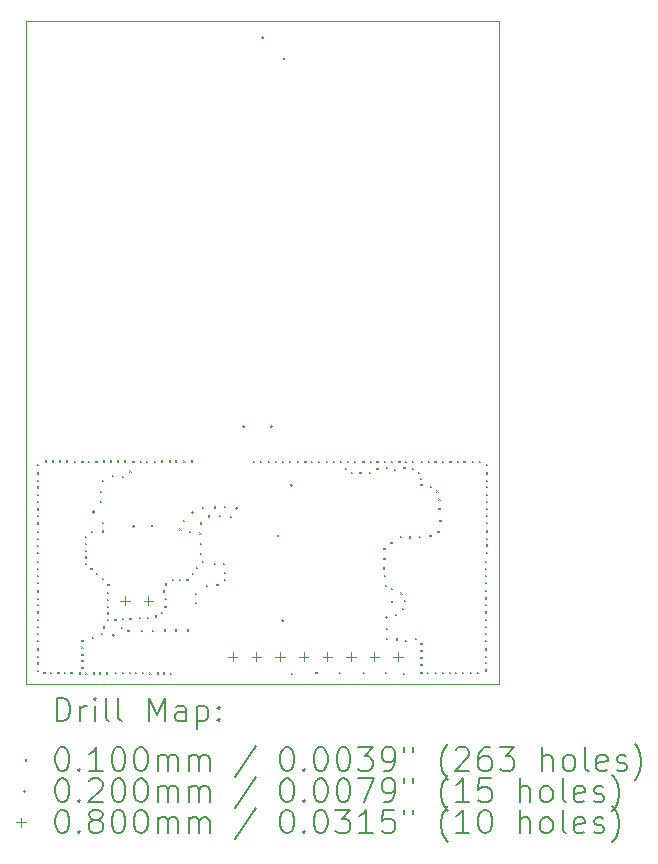
<source format=gbr>
%TF.GenerationSoftware,KiCad,Pcbnew,7.0.9*%
%TF.CreationDate,2024-04-03T14:25:32+02:00*%
%TF.ProjectId,NFC_Programmer,4e46435f-5072-46f6-9772-616d6d65722e,3.0*%
%TF.SameCoordinates,Original*%
%TF.FileFunction,Drillmap*%
%TF.FilePolarity,Positive*%
%FSLAX45Y45*%
G04 Gerber Fmt 4.5, Leading zero omitted, Abs format (unit mm)*
G04 Created by KiCad (PCBNEW 7.0.9) date 2024-04-03 14:25:32*
%MOMM*%
%LPD*%
G01*
G04 APERTURE LIST*
%ADD10C,0.100000*%
%ADD11C,0.200000*%
G04 APERTURE END LIST*
D10*
X16022000Y-11011000D02*
X15866000Y-11011000D01*
X12019000Y-11011000D01*
X12019000Y-5401000D01*
X16022000Y-5401000D01*
X16022000Y-11011000D01*
D11*
D10*
X12107000Y-10219000D02*
X12117000Y-10229000D01*
X12117000Y-10219000D02*
X12107000Y-10229000D01*
X12107000Y-10280000D02*
X12117000Y-10290000D01*
X12117000Y-10280000D02*
X12107000Y-10290000D01*
X12107000Y-10337000D02*
X12117000Y-10347000D01*
X12117000Y-10337000D02*
X12107000Y-10347000D01*
X12107000Y-10398000D02*
X12117000Y-10408000D01*
X12117000Y-10398000D02*
X12107000Y-10408000D01*
X12107000Y-10711000D02*
X12117000Y-10721000D01*
X12117000Y-10711000D02*
X12107000Y-10721000D01*
X12107000Y-10772000D02*
X12117000Y-10782000D01*
X12117000Y-10772000D02*
X12107000Y-10782000D01*
X12107000Y-10829000D02*
X12117000Y-10839000D01*
X12117000Y-10829000D02*
X12107000Y-10839000D01*
X12107000Y-10890000D02*
X12117000Y-10900000D01*
X12117000Y-10890000D02*
X12107000Y-10900000D01*
X12108000Y-9970000D02*
X12118000Y-9980000D01*
X12118000Y-9970000D02*
X12108000Y-9980000D01*
X12108000Y-10031000D02*
X12118000Y-10041000D01*
X12118000Y-10031000D02*
X12108000Y-10041000D01*
X12108000Y-10088000D02*
X12118000Y-10098000D01*
X12118000Y-10088000D02*
X12108000Y-10098000D01*
X12108000Y-10149000D02*
X12118000Y-10159000D01*
X12118000Y-10149000D02*
X12108000Y-10159000D01*
X12108000Y-10462000D02*
X12118000Y-10472000D01*
X12118000Y-10462000D02*
X12108000Y-10472000D01*
X12108000Y-10523000D02*
X12118000Y-10533000D01*
X12118000Y-10523000D02*
X12108000Y-10533000D01*
X12108000Y-10580000D02*
X12118000Y-10590000D01*
X12118000Y-10580000D02*
X12108000Y-10590000D01*
X12108000Y-10641000D02*
X12118000Y-10651000D01*
X12118000Y-10641000D02*
X12108000Y-10651000D01*
X12111000Y-9221000D02*
X12121000Y-9231000D01*
X12121000Y-9221000D02*
X12111000Y-9231000D01*
X12111000Y-9282000D02*
X12121000Y-9292000D01*
X12121000Y-9282000D02*
X12111000Y-9292000D01*
X12111000Y-9339000D02*
X12121000Y-9349000D01*
X12121000Y-9339000D02*
X12111000Y-9349000D01*
X12111000Y-9400000D02*
X12121000Y-9410000D01*
X12121000Y-9400000D02*
X12111000Y-9410000D01*
X12111000Y-9713000D02*
X12121000Y-9723000D01*
X12121000Y-9713000D02*
X12111000Y-9723000D01*
X12111000Y-9774000D02*
X12121000Y-9784000D01*
X12121000Y-9774000D02*
X12111000Y-9784000D01*
X12111000Y-9831000D02*
X12121000Y-9841000D01*
X12121000Y-9831000D02*
X12111000Y-9841000D01*
X12111000Y-9892000D02*
X12121000Y-9902000D01*
X12121000Y-9892000D02*
X12111000Y-9902000D01*
X12112000Y-9151000D02*
X12122000Y-9161000D01*
X12122000Y-9151000D02*
X12112000Y-9161000D01*
X12112000Y-9464000D02*
X12122000Y-9474000D01*
X12122000Y-9464000D02*
X12112000Y-9474000D01*
X12112000Y-9525000D02*
X12122000Y-9535000D01*
X12122000Y-9525000D02*
X12112000Y-9535000D01*
X12112000Y-9582000D02*
X12122000Y-9592000D01*
X12122000Y-9582000D02*
X12112000Y-9592000D01*
X12112000Y-9643000D02*
X12122000Y-9653000D01*
X12122000Y-9643000D02*
X12112000Y-9653000D01*
X12164000Y-10910000D02*
X12174000Y-10920000D01*
X12174000Y-10910000D02*
X12164000Y-10920000D01*
X12176000Y-9119000D02*
X12186000Y-9129000D01*
X12186000Y-9119000D02*
X12176000Y-9129000D01*
X12221000Y-10910000D02*
X12231000Y-10920000D01*
X12231000Y-10910000D02*
X12221000Y-10920000D01*
X12237000Y-9119000D02*
X12247000Y-9129000D01*
X12247000Y-9119000D02*
X12237000Y-9129000D01*
X12282000Y-10910000D02*
X12292000Y-10920000D01*
X12292000Y-10910000D02*
X12282000Y-10920000D01*
X12294000Y-9119000D02*
X12304000Y-9129000D01*
X12304000Y-9119000D02*
X12294000Y-9129000D01*
X12336000Y-10910000D02*
X12346000Y-10920000D01*
X12346000Y-10910000D02*
X12336000Y-10920000D01*
X12355000Y-9119000D02*
X12365000Y-9129000D01*
X12365000Y-9119000D02*
X12355000Y-9129000D01*
X12393000Y-10910000D02*
X12403000Y-10920000D01*
X12403000Y-10910000D02*
X12393000Y-10920000D01*
X12425000Y-9120000D02*
X12435000Y-9130000D01*
X12435000Y-9120000D02*
X12425000Y-9130000D01*
X12463000Y-10913000D02*
X12473000Y-10923000D01*
X12473000Y-10913000D02*
X12463000Y-10923000D01*
X12486000Y-9120000D02*
X12496000Y-9130000D01*
X12496000Y-9120000D02*
X12486000Y-9130000D01*
X12486000Y-10636000D02*
X12496000Y-10646000D01*
X12496000Y-10636000D02*
X12486000Y-10646000D01*
X12486000Y-10693000D02*
X12496000Y-10703000D01*
X12496000Y-10693000D02*
X12486000Y-10703000D01*
X12486000Y-10754000D02*
X12496000Y-10764000D01*
X12496000Y-10754000D02*
X12486000Y-10764000D01*
X12486000Y-10808000D02*
X12496000Y-10818000D01*
X12496000Y-10808000D02*
X12486000Y-10818000D01*
X12486000Y-10865000D02*
X12496000Y-10875000D01*
X12496000Y-10865000D02*
X12486000Y-10875000D01*
X12514000Y-9759000D02*
X12524000Y-9769000D01*
X12524000Y-9759000D02*
X12514000Y-9769000D01*
X12514000Y-9816000D02*
X12524000Y-9826000D01*
X12524000Y-9816000D02*
X12514000Y-9826000D01*
X12514000Y-9877000D02*
X12524000Y-9887000D01*
X12524000Y-9877000D02*
X12514000Y-9887000D01*
X12514000Y-9931000D02*
X12524000Y-9941000D01*
X12524000Y-9931000D02*
X12514000Y-9941000D01*
X12514000Y-9988000D02*
X12524000Y-9998000D01*
X12524000Y-9988000D02*
X12514000Y-9998000D01*
X12520000Y-10913000D02*
X12530000Y-10923000D01*
X12530000Y-10913000D02*
X12520000Y-10923000D01*
X12543000Y-9120000D02*
X12553000Y-9130000D01*
X12553000Y-9120000D02*
X12543000Y-9130000D01*
X12562000Y-10030000D02*
X12572000Y-10040000D01*
X12572000Y-10030000D02*
X12562000Y-10040000D01*
X12569000Y-9713000D02*
X12579000Y-9723000D01*
X12579000Y-9713000D02*
X12569000Y-9723000D01*
X12571000Y-10615000D02*
X12581000Y-10625000D01*
X12581000Y-10615000D02*
X12571000Y-10625000D01*
X12581000Y-10913000D02*
X12591000Y-10923000D01*
X12591000Y-10913000D02*
X12581000Y-10923000D01*
X12604000Y-9120000D02*
X12614000Y-9130000D01*
X12614000Y-9120000D02*
X12604000Y-9130000D01*
X12608000Y-10074000D02*
X12618000Y-10084000D01*
X12618000Y-10074000D02*
X12608000Y-10084000D01*
X12635000Y-10913000D02*
X12645000Y-10923000D01*
X12645000Y-10913000D02*
X12635000Y-10923000D01*
X12639000Y-9379000D02*
X12649000Y-9389000D01*
X12649000Y-9379000D02*
X12639000Y-9389000D01*
X12641000Y-9465000D02*
X12651000Y-9475000D01*
X12651000Y-9465000D02*
X12641000Y-9475000D01*
X12649000Y-10582000D02*
X12659000Y-10592000D01*
X12659000Y-10582000D02*
X12649000Y-10592000D01*
X12656000Y-9641000D02*
X12666000Y-9651000D01*
X12666000Y-9641000D02*
X12656000Y-9651000D01*
X12656000Y-10116000D02*
X12666000Y-10126000D01*
X12666000Y-10116000D02*
X12656000Y-10126000D01*
X12662000Y-9282000D02*
X12672000Y-9292000D01*
X12672000Y-9282000D02*
X12662000Y-9292000D01*
X12662000Y-9711000D02*
X12672000Y-9721000D01*
X12672000Y-9711000D02*
X12662000Y-9721000D01*
X12665000Y-10525000D02*
X12675000Y-10535000D01*
X12675000Y-10525000D02*
X12665000Y-10535000D01*
X12668000Y-9119000D02*
X12678000Y-9129000D01*
X12678000Y-9119000D02*
X12668000Y-9129000D01*
X12692000Y-10913000D02*
X12702000Y-10923000D01*
X12702000Y-10913000D02*
X12692000Y-10923000D01*
X12700000Y-10233000D02*
X12710000Y-10243000D01*
X12710000Y-10233000D02*
X12700000Y-10243000D01*
X12700000Y-10290000D02*
X12710000Y-10300000D01*
X12710000Y-10290000D02*
X12700000Y-10300000D01*
X12700000Y-10351000D02*
X12710000Y-10361000D01*
X12710000Y-10351000D02*
X12700000Y-10361000D01*
X12700000Y-10405000D02*
X12710000Y-10415000D01*
X12710000Y-10405000D02*
X12700000Y-10415000D01*
X12700000Y-10462000D02*
X12710000Y-10472000D01*
X12710000Y-10462000D02*
X12700000Y-10472000D01*
X12705000Y-10164000D02*
X12715000Y-10174000D01*
X12715000Y-10164000D02*
X12705000Y-10174000D01*
X12729000Y-9119000D02*
X12739000Y-9129000D01*
X12739000Y-9119000D02*
X12729000Y-9129000D01*
X12747000Y-9245000D02*
X12757000Y-9255000D01*
X12757000Y-9245000D02*
X12747000Y-9255000D01*
X12765000Y-10459000D02*
X12775000Y-10469000D01*
X12775000Y-10459000D02*
X12765000Y-10469000D01*
X12769000Y-10911000D02*
X12779000Y-10921000D01*
X12779000Y-10911000D02*
X12769000Y-10921000D01*
X12786000Y-9119000D02*
X12796000Y-9129000D01*
X12796000Y-9119000D02*
X12786000Y-9129000D01*
X12820000Y-10527000D02*
X12830000Y-10537000D01*
X12830000Y-10527000D02*
X12820000Y-10537000D01*
X12826000Y-10911000D02*
X12836000Y-10921000D01*
X12836000Y-10911000D02*
X12826000Y-10921000D01*
X12827000Y-10450000D02*
X12837000Y-10460000D01*
X12837000Y-10450000D02*
X12827000Y-10460000D01*
X12828000Y-9250000D02*
X12838000Y-9260000D01*
X12838000Y-9250000D02*
X12828000Y-9260000D01*
X12847000Y-9119000D02*
X12857000Y-9129000D01*
X12857000Y-9119000D02*
X12847000Y-9129000D01*
X12875000Y-10552000D02*
X12885000Y-10562000D01*
X12885000Y-10552000D02*
X12875000Y-10562000D01*
X12887000Y-10911000D02*
X12897000Y-10921000D01*
X12897000Y-10911000D02*
X12887000Y-10921000D01*
X12892000Y-9203000D02*
X12902000Y-9213000D01*
X12902000Y-9203000D02*
X12892000Y-9213000D01*
X12892000Y-10449000D02*
X12902000Y-10459000D01*
X12902000Y-10449000D02*
X12892000Y-10459000D01*
X12917000Y-9120000D02*
X12927000Y-9130000D01*
X12927000Y-9120000D02*
X12917000Y-9130000D01*
X12941000Y-10911000D02*
X12951000Y-10921000D01*
X12951000Y-10911000D02*
X12941000Y-10921000D01*
X12973000Y-10443000D02*
X12983000Y-10453000D01*
X12983000Y-10443000D02*
X12973000Y-10453000D01*
X12978000Y-9120000D02*
X12988000Y-9130000D01*
X12988000Y-9120000D02*
X12978000Y-9130000D01*
X12989000Y-10552000D02*
X12999000Y-10562000D01*
X12999000Y-10552000D02*
X12989000Y-10562000D01*
X12998000Y-10911000D02*
X13008000Y-10921000D01*
X13008000Y-10911000D02*
X12998000Y-10921000D01*
X13035000Y-9120000D02*
X13045000Y-9130000D01*
X13045000Y-9120000D02*
X13035000Y-9130000D01*
X13038000Y-10445000D02*
X13048000Y-10455000D01*
X13048000Y-10445000D02*
X13038000Y-10455000D01*
X13062000Y-10913000D02*
X13072000Y-10923000D01*
X13072000Y-10913000D02*
X13062000Y-10923000D01*
X13082000Y-10552000D02*
X13092000Y-10562000D01*
X13092000Y-10552000D02*
X13082000Y-10562000D01*
X13096000Y-9120000D02*
X13106000Y-9130000D01*
X13106000Y-9120000D02*
X13096000Y-9130000D01*
X13111000Y-10431000D02*
X13121000Y-10441000D01*
X13121000Y-10431000D02*
X13111000Y-10441000D01*
X13124000Y-10913000D02*
X13134000Y-10923000D01*
X13134000Y-10913000D02*
X13124000Y-10923000D01*
X13158000Y-10399000D02*
X13168000Y-10409000D01*
X13168000Y-10399000D02*
X13158000Y-10409000D01*
X13162000Y-9119000D02*
X13172000Y-9129000D01*
X13172000Y-9119000D02*
X13162000Y-9129000D01*
X13173000Y-10219000D02*
X13183000Y-10229000D01*
X13183000Y-10219000D02*
X13173000Y-10229000D01*
X13177000Y-10913000D02*
X13187000Y-10923000D01*
X13187000Y-10913000D02*
X13177000Y-10923000D01*
X13182000Y-10550000D02*
X13192000Y-10560000D01*
X13192000Y-10550000D02*
X13182000Y-10560000D01*
X13189000Y-10348000D02*
X13199000Y-10358000D01*
X13199000Y-10348000D02*
X13189000Y-10358000D01*
X13191000Y-10160000D02*
X13201000Y-10170000D01*
X13201000Y-10160000D02*
X13191000Y-10170000D01*
X13191000Y-10283000D02*
X13201000Y-10293000D01*
X13201000Y-10283000D02*
X13191000Y-10293000D01*
X13223000Y-9119000D02*
X13233000Y-9129000D01*
X13233000Y-9119000D02*
X13223000Y-9129000D01*
X13235000Y-10915000D02*
X13245000Y-10925000D01*
X13245000Y-10915000D02*
X13235000Y-10925000D01*
X13251000Y-10121000D02*
X13261000Y-10131000D01*
X13261000Y-10121000D02*
X13251000Y-10131000D01*
X13277000Y-10550000D02*
X13287000Y-10560000D01*
X13287000Y-10550000D02*
X13277000Y-10560000D01*
X13280000Y-9119000D02*
X13290000Y-9129000D01*
X13290000Y-9119000D02*
X13280000Y-9129000D01*
X13308000Y-10121000D02*
X13318000Y-10131000D01*
X13318000Y-10121000D02*
X13308000Y-10131000D01*
X13316000Y-9694000D02*
X13326000Y-9704000D01*
X13326000Y-9694000D02*
X13316000Y-9704000D01*
X13348000Y-9623000D02*
X13358000Y-9633000D01*
X13358000Y-9623000D02*
X13348000Y-9633000D01*
X13349000Y-9119000D02*
X13359000Y-9129000D01*
X13359000Y-9119000D02*
X13349000Y-9129000D01*
X13374000Y-10119000D02*
X13384000Y-10129000D01*
X13384000Y-10119000D02*
X13374000Y-10129000D01*
X13379000Y-10549000D02*
X13389000Y-10559000D01*
X13389000Y-10549000D02*
X13379000Y-10559000D01*
X13393000Y-9714000D02*
X13403000Y-9724000D01*
X13403000Y-9714000D02*
X13393000Y-9724000D01*
X13410000Y-9119000D02*
X13420000Y-9129000D01*
X13420000Y-9119000D02*
X13410000Y-9129000D01*
X13420000Y-10072000D02*
X13430000Y-10082000D01*
X13430000Y-10072000D02*
X13420000Y-10082000D01*
X13447575Y-10239000D02*
X13457575Y-10249000D01*
X13457575Y-10239000D02*
X13447575Y-10249000D01*
X13447575Y-10316000D02*
X13457575Y-10326000D01*
X13457575Y-10316000D02*
X13447575Y-10326000D01*
X13454000Y-10019000D02*
X13464000Y-10029000D01*
X13464000Y-10019000D02*
X13454000Y-10029000D01*
X13484000Y-9728000D02*
X13494000Y-9738000D01*
X13494000Y-9728000D02*
X13484000Y-9738000D01*
X13490000Y-9643000D02*
X13500000Y-9653000D01*
X13500000Y-9643000D02*
X13490000Y-9653000D01*
X13490000Y-9819000D02*
X13500000Y-9829000D01*
X13500000Y-9819000D02*
X13490000Y-9829000D01*
X13491000Y-9900000D02*
X13501000Y-9910000D01*
X13501000Y-9900000D02*
X13491000Y-9910000D01*
X13502789Y-9512435D02*
X13512789Y-9522435D01*
X13512789Y-9512435D02*
X13502789Y-9522435D01*
X13507000Y-9972000D02*
X13517000Y-9982000D01*
X13517000Y-9972000D02*
X13507000Y-9982000D01*
X13540000Y-10174000D02*
X13550000Y-10184000D01*
X13550000Y-10174000D02*
X13540000Y-10184000D01*
X13557000Y-9584000D02*
X13567000Y-9594000D01*
X13567000Y-9584000D02*
X13557000Y-9594000D01*
X13605000Y-9509000D02*
X13615000Y-9519000D01*
X13615000Y-9509000D02*
X13605000Y-9519000D01*
X13605000Y-9987000D02*
X13615000Y-9997000D01*
X13615000Y-9987000D02*
X13605000Y-9997000D01*
X13629000Y-10163000D02*
X13639000Y-10173000D01*
X13639000Y-10163000D02*
X13629000Y-10173000D01*
X13649000Y-9582000D02*
X13659000Y-9592000D01*
X13659000Y-9582000D02*
X13649000Y-9592000D01*
X13686000Y-9989000D02*
X13696000Y-9999000D01*
X13696000Y-9989000D02*
X13686000Y-9999000D01*
X13693000Y-9506000D02*
X13703000Y-9516000D01*
X13703000Y-9506000D02*
X13693000Y-9516000D01*
X13695000Y-10060000D02*
X13705000Y-10070000D01*
X13705000Y-10060000D02*
X13695000Y-10070000D01*
X13695000Y-10123000D02*
X13705000Y-10133000D01*
X13705000Y-10123000D02*
X13695000Y-10133000D01*
X13740000Y-9588000D02*
X13750000Y-9598000D01*
X13750000Y-9588000D02*
X13740000Y-9598000D01*
X13936000Y-9124000D02*
X13946000Y-9134000D01*
X13946000Y-9124000D02*
X13936000Y-9134000D01*
X13997000Y-9124000D02*
X14007000Y-9134000D01*
X14007000Y-9124000D02*
X13997000Y-9134000D01*
X14063000Y-9123000D02*
X14073000Y-9133000D01*
X14073000Y-9123000D02*
X14063000Y-9133000D01*
X14124000Y-9123000D02*
X14134000Y-9133000D01*
X14134000Y-9123000D02*
X14124000Y-9133000D01*
X14181000Y-9123000D02*
X14191000Y-9133000D01*
X14191000Y-9123000D02*
X14181000Y-9133000D01*
X14242000Y-9123000D02*
X14252000Y-9133000D01*
X14252000Y-9123000D02*
X14242000Y-9133000D01*
X14259000Y-10916000D02*
X14269000Y-10926000D01*
X14269000Y-10916000D02*
X14259000Y-10926000D01*
X14312000Y-9124000D02*
X14322000Y-9134000D01*
X14322000Y-9124000D02*
X14312000Y-9134000D01*
X14373000Y-9124000D02*
X14383000Y-9134000D01*
X14383000Y-9124000D02*
X14373000Y-9134000D01*
X14430000Y-9124000D02*
X14440000Y-9134000D01*
X14440000Y-9124000D02*
X14430000Y-9134000D01*
X14466000Y-10910000D02*
X14476000Y-10920000D01*
X14476000Y-10910000D02*
X14466000Y-10920000D01*
X14491000Y-9124000D02*
X14501000Y-9134000D01*
X14501000Y-9124000D02*
X14491000Y-9134000D01*
X14555000Y-9123000D02*
X14565000Y-9133000D01*
X14565000Y-9123000D02*
X14555000Y-9133000D01*
X14616000Y-9123000D02*
X14626000Y-9133000D01*
X14626000Y-9123000D02*
X14616000Y-9133000D01*
X14669000Y-10912000D02*
X14679000Y-10922000D01*
X14679000Y-10912000D02*
X14669000Y-10922000D01*
X14677000Y-9123000D02*
X14687000Y-9133000D01*
X14687000Y-9123000D02*
X14677000Y-9133000D01*
X14715000Y-9185000D02*
X14725000Y-9195000D01*
X14725000Y-9185000D02*
X14715000Y-9195000D01*
X14734000Y-9123000D02*
X14744000Y-9133000D01*
X14744000Y-9123000D02*
X14734000Y-9133000D01*
X14765110Y-9217195D02*
X14775110Y-9227195D01*
X14775110Y-9217195D02*
X14765110Y-9227195D01*
X14795000Y-9123000D02*
X14805000Y-9133000D01*
X14805000Y-9123000D02*
X14795000Y-9133000D01*
X14839000Y-9218000D02*
X14849000Y-9228000D01*
X14849000Y-9218000D02*
X14839000Y-9228000D01*
X14865000Y-9124000D02*
X14875000Y-9134000D01*
X14875000Y-9124000D02*
X14865000Y-9134000D01*
X14867000Y-10910000D02*
X14877000Y-10920000D01*
X14877000Y-10910000D02*
X14867000Y-10920000D01*
X14923000Y-9217000D02*
X14933000Y-9227000D01*
X14933000Y-9217000D02*
X14923000Y-9227000D01*
X14926000Y-9124000D02*
X14936000Y-9134000D01*
X14936000Y-9124000D02*
X14926000Y-9134000D01*
X14983000Y-9124000D02*
X14993000Y-9134000D01*
X14993000Y-9124000D02*
X14983000Y-9134000D01*
X14983000Y-9184000D02*
X14993000Y-9194000D01*
X14993000Y-9184000D02*
X14983000Y-9194000D01*
X15041000Y-10025000D02*
X15051000Y-10035000D01*
X15051000Y-10025000D02*
X15041000Y-10035000D01*
X15042000Y-9863000D02*
X15052000Y-9873000D01*
X15052000Y-9863000D02*
X15042000Y-9873000D01*
X15043000Y-9946000D02*
X15053000Y-9956000D01*
X15053000Y-9946000D02*
X15043000Y-9956000D01*
X15044000Y-9124000D02*
X15054000Y-9134000D01*
X15054000Y-9124000D02*
X15044000Y-9134000D01*
X15048000Y-10091000D02*
X15058000Y-10101000D01*
X15058000Y-10091000D02*
X15048000Y-10101000D01*
X15052000Y-10170000D02*
X15062000Y-10180000D01*
X15062000Y-10170000D02*
X15052000Y-10180000D01*
X15057000Y-10910000D02*
X15067000Y-10920000D01*
X15067000Y-10910000D02*
X15057000Y-10920000D01*
X15063000Y-10535000D02*
X15073000Y-10545000D01*
X15073000Y-10535000D02*
X15063000Y-10545000D01*
X15064000Y-9176000D02*
X15074000Y-9186000D01*
X15074000Y-9176000D02*
X15064000Y-9186000D01*
X15065000Y-10623000D02*
X15075000Y-10633000D01*
X15075000Y-10623000D02*
X15065000Y-10633000D01*
X15102000Y-9806000D02*
X15112000Y-9816000D01*
X15112000Y-9806000D02*
X15102000Y-9816000D01*
X15107446Y-10196020D02*
X15117446Y-10206020D01*
X15117446Y-10196020D02*
X15107446Y-10206020D01*
X15108000Y-9123000D02*
X15118000Y-9133000D01*
X15118000Y-9123000D02*
X15108000Y-9133000D01*
X15131434Y-9192000D02*
X15141434Y-9202000D01*
X15141434Y-9192000D02*
X15131434Y-9202000D01*
X15141000Y-10417000D02*
X15151000Y-10427000D01*
X15151000Y-10417000D02*
X15141000Y-10427000D01*
X15146000Y-10626000D02*
X15156000Y-10636000D01*
X15156000Y-10626000D02*
X15146000Y-10636000D01*
X15169000Y-9123000D02*
X15179000Y-9133000D01*
X15179000Y-9123000D02*
X15169000Y-9133000D01*
X15184000Y-9760000D02*
X15194000Y-9770000D01*
X15194000Y-9760000D02*
X15184000Y-9770000D01*
X15186761Y-10236155D02*
X15196761Y-10246155D01*
X15196761Y-10236155D02*
X15186761Y-10246155D01*
X15201000Y-10369000D02*
X15211000Y-10379000D01*
X15211000Y-10369000D02*
X15201000Y-10379000D01*
X15209000Y-10918000D02*
X15219000Y-10928000D01*
X15219000Y-10918000D02*
X15209000Y-10928000D01*
X15212000Y-9177000D02*
X15222000Y-9187000D01*
X15222000Y-9177000D02*
X15212000Y-9187000D01*
X15217000Y-10297000D02*
X15227000Y-10307000D01*
X15227000Y-10297000D02*
X15217000Y-10307000D01*
X15226000Y-9123000D02*
X15236000Y-9133000D01*
X15236000Y-9123000D02*
X15226000Y-9133000D01*
X15226000Y-10636000D02*
X15236000Y-10646000D01*
X15236000Y-10636000D02*
X15226000Y-10646000D01*
X15261000Y-9762000D02*
X15271000Y-9772000D01*
X15271000Y-9762000D02*
X15261000Y-9772000D01*
X15282000Y-9182000D02*
X15292000Y-9192000D01*
X15292000Y-9182000D02*
X15282000Y-9192000D01*
X15287000Y-9123000D02*
X15297000Y-9133000D01*
X15297000Y-9123000D02*
X15287000Y-9133000D01*
X15309000Y-10622000D02*
X15319000Y-10632000D01*
X15319000Y-10622000D02*
X15309000Y-10632000D01*
X15337000Y-9214000D02*
X15347000Y-9224000D01*
X15347000Y-9214000D02*
X15337000Y-9224000D01*
X15340000Y-9759000D02*
X15350000Y-9769000D01*
X15350000Y-9759000D02*
X15340000Y-9769000D01*
X15349000Y-9268000D02*
X15359000Y-9278000D01*
X15359000Y-9268000D02*
X15349000Y-9278000D01*
X15355000Y-10907000D02*
X15365000Y-10917000D01*
X15365000Y-10907000D02*
X15355000Y-10917000D01*
X15356000Y-9321000D02*
X15366000Y-9331000D01*
X15366000Y-9321000D02*
X15356000Y-9331000D01*
X15356000Y-10663000D02*
X15366000Y-10673000D01*
X15366000Y-10663000D02*
X15356000Y-10673000D01*
X15356000Y-10720000D02*
X15366000Y-10730000D01*
X15366000Y-10720000D02*
X15356000Y-10730000D01*
X15356000Y-10784000D02*
X15366000Y-10794000D01*
X15366000Y-10784000D02*
X15356000Y-10794000D01*
X15356000Y-10841000D02*
X15366000Y-10851000D01*
X15366000Y-10841000D02*
X15356000Y-10851000D01*
X15357000Y-9124000D02*
X15367000Y-9134000D01*
X15367000Y-9124000D02*
X15357000Y-9134000D01*
X15412000Y-10907000D02*
X15422000Y-10917000D01*
X15422000Y-10907000D02*
X15412000Y-10917000D01*
X15418000Y-9124000D02*
X15428000Y-9134000D01*
X15428000Y-9124000D02*
X15418000Y-9134000D01*
X15432000Y-9753000D02*
X15442000Y-9763000D01*
X15442000Y-9753000D02*
X15432000Y-9763000D01*
X15434000Y-9332000D02*
X15444000Y-9342000D01*
X15444000Y-9332000D02*
X15434000Y-9342000D01*
X15475000Y-9124000D02*
X15485000Y-9134000D01*
X15485000Y-9124000D02*
X15475000Y-9134000D01*
X15478000Y-10907000D02*
X15488000Y-10917000D01*
X15488000Y-10907000D02*
X15478000Y-10917000D01*
X15491000Y-9373000D02*
X15501000Y-9383000D01*
X15501000Y-9373000D02*
X15491000Y-9383000D01*
X15500000Y-9717000D02*
X15510000Y-9727000D01*
X15510000Y-9717000D02*
X15500000Y-9727000D01*
X15508000Y-9440000D02*
X15518000Y-9450000D01*
X15518000Y-9440000D02*
X15508000Y-9450000D01*
X15508000Y-9524000D02*
X15518000Y-9534000D01*
X15518000Y-9524000D02*
X15508000Y-9534000D01*
X15516000Y-9621000D02*
X15526000Y-9631000D01*
X15526000Y-9621000D02*
X15516000Y-9631000D01*
X15535000Y-10907000D02*
X15545000Y-10917000D01*
X15545000Y-10907000D02*
X15535000Y-10917000D01*
X15536000Y-9124000D02*
X15546000Y-9134000D01*
X15546000Y-9124000D02*
X15536000Y-9134000D01*
X15596000Y-10907000D02*
X15606000Y-10917000D01*
X15606000Y-10907000D02*
X15596000Y-10917000D01*
X15602000Y-9123000D02*
X15612000Y-9133000D01*
X15612000Y-9123000D02*
X15602000Y-9133000D01*
X15650000Y-10907000D02*
X15660000Y-10917000D01*
X15660000Y-10907000D02*
X15650000Y-10917000D01*
X15663000Y-9123000D02*
X15673000Y-9133000D01*
X15673000Y-9123000D02*
X15663000Y-9133000D01*
X15707000Y-10907000D02*
X15717000Y-10917000D01*
X15717000Y-10907000D02*
X15707000Y-10917000D01*
X15720000Y-9123000D02*
X15730000Y-9133000D01*
X15730000Y-9123000D02*
X15720000Y-9133000D01*
X15777000Y-10910000D02*
X15787000Y-10920000D01*
X15787000Y-10910000D02*
X15777000Y-10920000D01*
X15789000Y-9123000D02*
X15799000Y-9133000D01*
X15799000Y-9123000D02*
X15789000Y-9133000D01*
X15834000Y-10910000D02*
X15844000Y-10920000D01*
X15844000Y-10910000D02*
X15834000Y-10920000D01*
X15850000Y-9123000D02*
X15860000Y-9133000D01*
X15860000Y-9123000D02*
X15850000Y-9133000D01*
X15903000Y-10218000D02*
X15913000Y-10228000D01*
X15913000Y-10218000D02*
X15903000Y-10228000D01*
X15903000Y-10279000D02*
X15913000Y-10289000D01*
X15913000Y-10279000D02*
X15903000Y-10289000D01*
X15903000Y-10336000D02*
X15913000Y-10346000D01*
X15913000Y-10336000D02*
X15903000Y-10346000D01*
X15903000Y-10397000D02*
X15913000Y-10407000D01*
X15913000Y-10397000D02*
X15903000Y-10407000D01*
X15903000Y-10710000D02*
X15913000Y-10720000D01*
X15913000Y-10710000D02*
X15903000Y-10720000D01*
X15903000Y-10771000D02*
X15913000Y-10781000D01*
X15913000Y-10771000D02*
X15903000Y-10781000D01*
X15903000Y-10828000D02*
X15913000Y-10838000D01*
X15913000Y-10828000D02*
X15903000Y-10838000D01*
X15903000Y-10889000D02*
X15913000Y-10899000D01*
X15913000Y-10889000D02*
X15903000Y-10899000D01*
X15904000Y-9969000D02*
X15914000Y-9979000D01*
X15914000Y-9969000D02*
X15904000Y-9979000D01*
X15904000Y-10030000D02*
X15914000Y-10040000D01*
X15914000Y-10030000D02*
X15904000Y-10040000D01*
X15904000Y-10087000D02*
X15914000Y-10097000D01*
X15914000Y-10087000D02*
X15904000Y-10097000D01*
X15904000Y-10148000D02*
X15914000Y-10158000D01*
X15914000Y-10148000D02*
X15904000Y-10158000D01*
X15904000Y-10461000D02*
X15914000Y-10471000D01*
X15914000Y-10461000D02*
X15904000Y-10471000D01*
X15904000Y-10522000D02*
X15914000Y-10532000D01*
X15914000Y-10522000D02*
X15904000Y-10532000D01*
X15904000Y-10579000D02*
X15914000Y-10589000D01*
X15914000Y-10579000D02*
X15904000Y-10589000D01*
X15904000Y-10640000D02*
X15914000Y-10650000D01*
X15914000Y-10640000D02*
X15904000Y-10650000D01*
X15907000Y-9220000D02*
X15917000Y-9230000D01*
X15917000Y-9220000D02*
X15907000Y-9230000D01*
X15907000Y-9281000D02*
X15917000Y-9291000D01*
X15917000Y-9281000D02*
X15907000Y-9291000D01*
X15907000Y-9338000D02*
X15917000Y-9348000D01*
X15917000Y-9338000D02*
X15907000Y-9348000D01*
X15907000Y-9399000D02*
X15917000Y-9409000D01*
X15917000Y-9399000D02*
X15907000Y-9409000D01*
X15907000Y-9712000D02*
X15917000Y-9722000D01*
X15917000Y-9712000D02*
X15907000Y-9722000D01*
X15907000Y-9773000D02*
X15917000Y-9783000D01*
X15917000Y-9773000D02*
X15907000Y-9783000D01*
X15907000Y-9830000D02*
X15917000Y-9840000D01*
X15917000Y-9830000D02*
X15907000Y-9840000D01*
X15907000Y-9891000D02*
X15917000Y-9901000D01*
X15917000Y-9891000D02*
X15907000Y-9901000D01*
X15908000Y-9150000D02*
X15918000Y-9160000D01*
X15918000Y-9150000D02*
X15908000Y-9160000D01*
X15908000Y-9463000D02*
X15918000Y-9473000D01*
X15918000Y-9463000D02*
X15908000Y-9473000D01*
X15908000Y-9524000D02*
X15918000Y-9534000D01*
X15918000Y-9524000D02*
X15908000Y-9534000D01*
X15908000Y-9581000D02*
X15918000Y-9591000D01*
X15918000Y-9581000D02*
X15908000Y-9591000D01*
X15908000Y-9642000D02*
X15918000Y-9652000D01*
X15918000Y-9642000D02*
X15908000Y-9652000D01*
X12597000Y-9556000D02*
G75*
G03*
X12597000Y-9556000I-10000J0D01*
G01*
X12765000Y-10599000D02*
G75*
G03*
X12765000Y-10599000I-10000J0D01*
G01*
X12938000Y-9677000D02*
G75*
G03*
X12938000Y-9677000I-10000J0D01*
G01*
X13095000Y-9674000D02*
G75*
G03*
X13095000Y-9674000I-10000J0D01*
G01*
X13435158Y-9560158D02*
G75*
G03*
X13435158Y-9560158I-10000J0D01*
G01*
X13809000Y-9523000D02*
G75*
G03*
X13809000Y-9523000I-10000J0D01*
G01*
X13870000Y-8835000D02*
G75*
G03*
X13870000Y-8835000I-10000J0D01*
G01*
X14030000Y-5540000D02*
G75*
G03*
X14030000Y-5540000I-10000J0D01*
G01*
X14102000Y-8833000D02*
G75*
G03*
X14102000Y-8833000I-10000J0D01*
G01*
X14160000Y-9757000D02*
G75*
G03*
X14160000Y-9757000I-10000J0D01*
G01*
X14201000Y-10476000D02*
G75*
G03*
X14201000Y-10476000I-10000J0D01*
G01*
X14212000Y-5720000D02*
G75*
G03*
X14212000Y-5720000I-10000J0D01*
G01*
X14272000Y-9328000D02*
G75*
G03*
X14272000Y-9328000I-10000J0D01*
G01*
X15080000Y-10448000D02*
G75*
G03*
X15080000Y-10448000I-10000J0D01*
G01*
X15126000Y-10318000D02*
G75*
G03*
X15126000Y-10318000I-10000J0D01*
G01*
X12853000Y-10266000D02*
X12853000Y-10346000D01*
X12813000Y-10306000D02*
X12893000Y-10306000D01*
X13053000Y-10266000D02*
X13053000Y-10346000D01*
X13013000Y-10306000D02*
X13093000Y-10306000D01*
X13767000Y-10741000D02*
X13767000Y-10821000D01*
X13727000Y-10781000D02*
X13807000Y-10781000D01*
X13967000Y-10741000D02*
X13967000Y-10821000D01*
X13927000Y-10781000D02*
X14007000Y-10781000D01*
X14167000Y-10741000D02*
X14167000Y-10821000D01*
X14127000Y-10781000D02*
X14207000Y-10781000D01*
X14367000Y-10741000D02*
X14367000Y-10821000D01*
X14327000Y-10781000D02*
X14407000Y-10781000D01*
X14567000Y-10741000D02*
X14567000Y-10821000D01*
X14527000Y-10781000D02*
X14607000Y-10781000D01*
X14767000Y-10741000D02*
X14767000Y-10821000D01*
X14727000Y-10781000D02*
X14807000Y-10781000D01*
X14967000Y-10741000D02*
X14967000Y-10821000D01*
X14927000Y-10781000D02*
X15007000Y-10781000D01*
X15167000Y-10741000D02*
X15167000Y-10821000D01*
X15127000Y-10781000D02*
X15207000Y-10781000D01*
D11*
X12274777Y-11327484D02*
X12274777Y-11127484D01*
X12274777Y-11127484D02*
X12322396Y-11127484D01*
X12322396Y-11127484D02*
X12350967Y-11137008D01*
X12350967Y-11137008D02*
X12370015Y-11156055D01*
X12370015Y-11156055D02*
X12379539Y-11175103D01*
X12379539Y-11175103D02*
X12389062Y-11213198D01*
X12389062Y-11213198D02*
X12389062Y-11241769D01*
X12389062Y-11241769D02*
X12379539Y-11279865D01*
X12379539Y-11279865D02*
X12370015Y-11298912D01*
X12370015Y-11298912D02*
X12350967Y-11317960D01*
X12350967Y-11317960D02*
X12322396Y-11327484D01*
X12322396Y-11327484D02*
X12274777Y-11327484D01*
X12474777Y-11327484D02*
X12474777Y-11194150D01*
X12474777Y-11232246D02*
X12484301Y-11213198D01*
X12484301Y-11213198D02*
X12493824Y-11203674D01*
X12493824Y-11203674D02*
X12512872Y-11194150D01*
X12512872Y-11194150D02*
X12531920Y-11194150D01*
X12598586Y-11327484D02*
X12598586Y-11194150D01*
X12598586Y-11127484D02*
X12589062Y-11137008D01*
X12589062Y-11137008D02*
X12598586Y-11146531D01*
X12598586Y-11146531D02*
X12608110Y-11137008D01*
X12608110Y-11137008D02*
X12598586Y-11127484D01*
X12598586Y-11127484D02*
X12598586Y-11146531D01*
X12722396Y-11327484D02*
X12703348Y-11317960D01*
X12703348Y-11317960D02*
X12693824Y-11298912D01*
X12693824Y-11298912D02*
X12693824Y-11127484D01*
X12827158Y-11327484D02*
X12808110Y-11317960D01*
X12808110Y-11317960D02*
X12798586Y-11298912D01*
X12798586Y-11298912D02*
X12798586Y-11127484D01*
X13055729Y-11327484D02*
X13055729Y-11127484D01*
X13055729Y-11127484D02*
X13122396Y-11270341D01*
X13122396Y-11270341D02*
X13189062Y-11127484D01*
X13189062Y-11127484D02*
X13189062Y-11327484D01*
X13370015Y-11327484D02*
X13370015Y-11222722D01*
X13370015Y-11222722D02*
X13360491Y-11203674D01*
X13360491Y-11203674D02*
X13341443Y-11194150D01*
X13341443Y-11194150D02*
X13303348Y-11194150D01*
X13303348Y-11194150D02*
X13284301Y-11203674D01*
X13370015Y-11317960D02*
X13350967Y-11327484D01*
X13350967Y-11327484D02*
X13303348Y-11327484D01*
X13303348Y-11327484D02*
X13284301Y-11317960D01*
X13284301Y-11317960D02*
X13274777Y-11298912D01*
X13274777Y-11298912D02*
X13274777Y-11279865D01*
X13274777Y-11279865D02*
X13284301Y-11260817D01*
X13284301Y-11260817D02*
X13303348Y-11251293D01*
X13303348Y-11251293D02*
X13350967Y-11251293D01*
X13350967Y-11251293D02*
X13370015Y-11241769D01*
X13465253Y-11194150D02*
X13465253Y-11394150D01*
X13465253Y-11203674D02*
X13484301Y-11194150D01*
X13484301Y-11194150D02*
X13522396Y-11194150D01*
X13522396Y-11194150D02*
X13541443Y-11203674D01*
X13541443Y-11203674D02*
X13550967Y-11213198D01*
X13550967Y-11213198D02*
X13560491Y-11232246D01*
X13560491Y-11232246D02*
X13560491Y-11289388D01*
X13560491Y-11289388D02*
X13550967Y-11308436D01*
X13550967Y-11308436D02*
X13541443Y-11317960D01*
X13541443Y-11317960D02*
X13522396Y-11327484D01*
X13522396Y-11327484D02*
X13484301Y-11327484D01*
X13484301Y-11327484D02*
X13465253Y-11317960D01*
X13646205Y-11308436D02*
X13655729Y-11317960D01*
X13655729Y-11317960D02*
X13646205Y-11327484D01*
X13646205Y-11327484D02*
X13636682Y-11317960D01*
X13636682Y-11317960D02*
X13646205Y-11308436D01*
X13646205Y-11308436D02*
X13646205Y-11327484D01*
X13646205Y-11203674D02*
X13655729Y-11213198D01*
X13655729Y-11213198D02*
X13646205Y-11222722D01*
X13646205Y-11222722D02*
X13636682Y-11213198D01*
X13636682Y-11213198D02*
X13646205Y-11203674D01*
X13646205Y-11203674D02*
X13646205Y-11222722D01*
D10*
X12004000Y-11651000D02*
X12014000Y-11661000D01*
X12014000Y-11651000D02*
X12004000Y-11661000D01*
D11*
X12312872Y-11547484D02*
X12331920Y-11547484D01*
X12331920Y-11547484D02*
X12350967Y-11557008D01*
X12350967Y-11557008D02*
X12360491Y-11566531D01*
X12360491Y-11566531D02*
X12370015Y-11585579D01*
X12370015Y-11585579D02*
X12379539Y-11623674D01*
X12379539Y-11623674D02*
X12379539Y-11671293D01*
X12379539Y-11671293D02*
X12370015Y-11709388D01*
X12370015Y-11709388D02*
X12360491Y-11728436D01*
X12360491Y-11728436D02*
X12350967Y-11737960D01*
X12350967Y-11737960D02*
X12331920Y-11747484D01*
X12331920Y-11747484D02*
X12312872Y-11747484D01*
X12312872Y-11747484D02*
X12293824Y-11737960D01*
X12293824Y-11737960D02*
X12284301Y-11728436D01*
X12284301Y-11728436D02*
X12274777Y-11709388D01*
X12274777Y-11709388D02*
X12265253Y-11671293D01*
X12265253Y-11671293D02*
X12265253Y-11623674D01*
X12265253Y-11623674D02*
X12274777Y-11585579D01*
X12274777Y-11585579D02*
X12284301Y-11566531D01*
X12284301Y-11566531D02*
X12293824Y-11557008D01*
X12293824Y-11557008D02*
X12312872Y-11547484D01*
X12465253Y-11728436D02*
X12474777Y-11737960D01*
X12474777Y-11737960D02*
X12465253Y-11747484D01*
X12465253Y-11747484D02*
X12455729Y-11737960D01*
X12455729Y-11737960D02*
X12465253Y-11728436D01*
X12465253Y-11728436D02*
X12465253Y-11747484D01*
X12665253Y-11747484D02*
X12550967Y-11747484D01*
X12608110Y-11747484D02*
X12608110Y-11547484D01*
X12608110Y-11547484D02*
X12589062Y-11576055D01*
X12589062Y-11576055D02*
X12570015Y-11595103D01*
X12570015Y-11595103D02*
X12550967Y-11604627D01*
X12789062Y-11547484D02*
X12808110Y-11547484D01*
X12808110Y-11547484D02*
X12827158Y-11557008D01*
X12827158Y-11557008D02*
X12836682Y-11566531D01*
X12836682Y-11566531D02*
X12846205Y-11585579D01*
X12846205Y-11585579D02*
X12855729Y-11623674D01*
X12855729Y-11623674D02*
X12855729Y-11671293D01*
X12855729Y-11671293D02*
X12846205Y-11709388D01*
X12846205Y-11709388D02*
X12836682Y-11728436D01*
X12836682Y-11728436D02*
X12827158Y-11737960D01*
X12827158Y-11737960D02*
X12808110Y-11747484D01*
X12808110Y-11747484D02*
X12789062Y-11747484D01*
X12789062Y-11747484D02*
X12770015Y-11737960D01*
X12770015Y-11737960D02*
X12760491Y-11728436D01*
X12760491Y-11728436D02*
X12750967Y-11709388D01*
X12750967Y-11709388D02*
X12741443Y-11671293D01*
X12741443Y-11671293D02*
X12741443Y-11623674D01*
X12741443Y-11623674D02*
X12750967Y-11585579D01*
X12750967Y-11585579D02*
X12760491Y-11566531D01*
X12760491Y-11566531D02*
X12770015Y-11557008D01*
X12770015Y-11557008D02*
X12789062Y-11547484D01*
X12979539Y-11547484D02*
X12998586Y-11547484D01*
X12998586Y-11547484D02*
X13017634Y-11557008D01*
X13017634Y-11557008D02*
X13027158Y-11566531D01*
X13027158Y-11566531D02*
X13036682Y-11585579D01*
X13036682Y-11585579D02*
X13046205Y-11623674D01*
X13046205Y-11623674D02*
X13046205Y-11671293D01*
X13046205Y-11671293D02*
X13036682Y-11709388D01*
X13036682Y-11709388D02*
X13027158Y-11728436D01*
X13027158Y-11728436D02*
X13017634Y-11737960D01*
X13017634Y-11737960D02*
X12998586Y-11747484D01*
X12998586Y-11747484D02*
X12979539Y-11747484D01*
X12979539Y-11747484D02*
X12960491Y-11737960D01*
X12960491Y-11737960D02*
X12950967Y-11728436D01*
X12950967Y-11728436D02*
X12941443Y-11709388D01*
X12941443Y-11709388D02*
X12931920Y-11671293D01*
X12931920Y-11671293D02*
X12931920Y-11623674D01*
X12931920Y-11623674D02*
X12941443Y-11585579D01*
X12941443Y-11585579D02*
X12950967Y-11566531D01*
X12950967Y-11566531D02*
X12960491Y-11557008D01*
X12960491Y-11557008D02*
X12979539Y-11547484D01*
X13131920Y-11747484D02*
X13131920Y-11614150D01*
X13131920Y-11633198D02*
X13141443Y-11623674D01*
X13141443Y-11623674D02*
X13160491Y-11614150D01*
X13160491Y-11614150D02*
X13189063Y-11614150D01*
X13189063Y-11614150D02*
X13208110Y-11623674D01*
X13208110Y-11623674D02*
X13217634Y-11642722D01*
X13217634Y-11642722D02*
X13217634Y-11747484D01*
X13217634Y-11642722D02*
X13227158Y-11623674D01*
X13227158Y-11623674D02*
X13246205Y-11614150D01*
X13246205Y-11614150D02*
X13274777Y-11614150D01*
X13274777Y-11614150D02*
X13293824Y-11623674D01*
X13293824Y-11623674D02*
X13303348Y-11642722D01*
X13303348Y-11642722D02*
X13303348Y-11747484D01*
X13398586Y-11747484D02*
X13398586Y-11614150D01*
X13398586Y-11633198D02*
X13408110Y-11623674D01*
X13408110Y-11623674D02*
X13427158Y-11614150D01*
X13427158Y-11614150D02*
X13455729Y-11614150D01*
X13455729Y-11614150D02*
X13474777Y-11623674D01*
X13474777Y-11623674D02*
X13484301Y-11642722D01*
X13484301Y-11642722D02*
X13484301Y-11747484D01*
X13484301Y-11642722D02*
X13493824Y-11623674D01*
X13493824Y-11623674D02*
X13512872Y-11614150D01*
X13512872Y-11614150D02*
X13541443Y-11614150D01*
X13541443Y-11614150D02*
X13560491Y-11623674D01*
X13560491Y-11623674D02*
X13570015Y-11642722D01*
X13570015Y-11642722D02*
X13570015Y-11747484D01*
X13960491Y-11537960D02*
X13789063Y-11795103D01*
X14217634Y-11547484D02*
X14236682Y-11547484D01*
X14236682Y-11547484D02*
X14255729Y-11557008D01*
X14255729Y-11557008D02*
X14265253Y-11566531D01*
X14265253Y-11566531D02*
X14274777Y-11585579D01*
X14274777Y-11585579D02*
X14284301Y-11623674D01*
X14284301Y-11623674D02*
X14284301Y-11671293D01*
X14284301Y-11671293D02*
X14274777Y-11709388D01*
X14274777Y-11709388D02*
X14265253Y-11728436D01*
X14265253Y-11728436D02*
X14255729Y-11737960D01*
X14255729Y-11737960D02*
X14236682Y-11747484D01*
X14236682Y-11747484D02*
X14217634Y-11747484D01*
X14217634Y-11747484D02*
X14198586Y-11737960D01*
X14198586Y-11737960D02*
X14189063Y-11728436D01*
X14189063Y-11728436D02*
X14179539Y-11709388D01*
X14179539Y-11709388D02*
X14170015Y-11671293D01*
X14170015Y-11671293D02*
X14170015Y-11623674D01*
X14170015Y-11623674D02*
X14179539Y-11585579D01*
X14179539Y-11585579D02*
X14189063Y-11566531D01*
X14189063Y-11566531D02*
X14198586Y-11557008D01*
X14198586Y-11557008D02*
X14217634Y-11547484D01*
X14370015Y-11728436D02*
X14379539Y-11737960D01*
X14379539Y-11737960D02*
X14370015Y-11747484D01*
X14370015Y-11747484D02*
X14360491Y-11737960D01*
X14360491Y-11737960D02*
X14370015Y-11728436D01*
X14370015Y-11728436D02*
X14370015Y-11747484D01*
X14503348Y-11547484D02*
X14522396Y-11547484D01*
X14522396Y-11547484D02*
X14541444Y-11557008D01*
X14541444Y-11557008D02*
X14550967Y-11566531D01*
X14550967Y-11566531D02*
X14560491Y-11585579D01*
X14560491Y-11585579D02*
X14570015Y-11623674D01*
X14570015Y-11623674D02*
X14570015Y-11671293D01*
X14570015Y-11671293D02*
X14560491Y-11709388D01*
X14560491Y-11709388D02*
X14550967Y-11728436D01*
X14550967Y-11728436D02*
X14541444Y-11737960D01*
X14541444Y-11737960D02*
X14522396Y-11747484D01*
X14522396Y-11747484D02*
X14503348Y-11747484D01*
X14503348Y-11747484D02*
X14484301Y-11737960D01*
X14484301Y-11737960D02*
X14474777Y-11728436D01*
X14474777Y-11728436D02*
X14465253Y-11709388D01*
X14465253Y-11709388D02*
X14455729Y-11671293D01*
X14455729Y-11671293D02*
X14455729Y-11623674D01*
X14455729Y-11623674D02*
X14465253Y-11585579D01*
X14465253Y-11585579D02*
X14474777Y-11566531D01*
X14474777Y-11566531D02*
X14484301Y-11557008D01*
X14484301Y-11557008D02*
X14503348Y-11547484D01*
X14693825Y-11547484D02*
X14712872Y-11547484D01*
X14712872Y-11547484D02*
X14731920Y-11557008D01*
X14731920Y-11557008D02*
X14741444Y-11566531D01*
X14741444Y-11566531D02*
X14750967Y-11585579D01*
X14750967Y-11585579D02*
X14760491Y-11623674D01*
X14760491Y-11623674D02*
X14760491Y-11671293D01*
X14760491Y-11671293D02*
X14750967Y-11709388D01*
X14750967Y-11709388D02*
X14741444Y-11728436D01*
X14741444Y-11728436D02*
X14731920Y-11737960D01*
X14731920Y-11737960D02*
X14712872Y-11747484D01*
X14712872Y-11747484D02*
X14693825Y-11747484D01*
X14693825Y-11747484D02*
X14674777Y-11737960D01*
X14674777Y-11737960D02*
X14665253Y-11728436D01*
X14665253Y-11728436D02*
X14655729Y-11709388D01*
X14655729Y-11709388D02*
X14646206Y-11671293D01*
X14646206Y-11671293D02*
X14646206Y-11623674D01*
X14646206Y-11623674D02*
X14655729Y-11585579D01*
X14655729Y-11585579D02*
X14665253Y-11566531D01*
X14665253Y-11566531D02*
X14674777Y-11557008D01*
X14674777Y-11557008D02*
X14693825Y-11547484D01*
X14827158Y-11547484D02*
X14950967Y-11547484D01*
X14950967Y-11547484D02*
X14884301Y-11623674D01*
X14884301Y-11623674D02*
X14912872Y-11623674D01*
X14912872Y-11623674D02*
X14931920Y-11633198D01*
X14931920Y-11633198D02*
X14941444Y-11642722D01*
X14941444Y-11642722D02*
X14950967Y-11661769D01*
X14950967Y-11661769D02*
X14950967Y-11709388D01*
X14950967Y-11709388D02*
X14941444Y-11728436D01*
X14941444Y-11728436D02*
X14931920Y-11737960D01*
X14931920Y-11737960D02*
X14912872Y-11747484D01*
X14912872Y-11747484D02*
X14855729Y-11747484D01*
X14855729Y-11747484D02*
X14836682Y-11737960D01*
X14836682Y-11737960D02*
X14827158Y-11728436D01*
X15046206Y-11747484D02*
X15084301Y-11747484D01*
X15084301Y-11747484D02*
X15103348Y-11737960D01*
X15103348Y-11737960D02*
X15112872Y-11728436D01*
X15112872Y-11728436D02*
X15131920Y-11699865D01*
X15131920Y-11699865D02*
X15141444Y-11661769D01*
X15141444Y-11661769D02*
X15141444Y-11585579D01*
X15141444Y-11585579D02*
X15131920Y-11566531D01*
X15131920Y-11566531D02*
X15122396Y-11557008D01*
X15122396Y-11557008D02*
X15103348Y-11547484D01*
X15103348Y-11547484D02*
X15065253Y-11547484D01*
X15065253Y-11547484D02*
X15046206Y-11557008D01*
X15046206Y-11557008D02*
X15036682Y-11566531D01*
X15036682Y-11566531D02*
X15027158Y-11585579D01*
X15027158Y-11585579D02*
X15027158Y-11633198D01*
X15027158Y-11633198D02*
X15036682Y-11652246D01*
X15036682Y-11652246D02*
X15046206Y-11661769D01*
X15046206Y-11661769D02*
X15065253Y-11671293D01*
X15065253Y-11671293D02*
X15103348Y-11671293D01*
X15103348Y-11671293D02*
X15122396Y-11661769D01*
X15122396Y-11661769D02*
X15131920Y-11652246D01*
X15131920Y-11652246D02*
X15141444Y-11633198D01*
X15217634Y-11547484D02*
X15217634Y-11585579D01*
X15293825Y-11547484D02*
X15293825Y-11585579D01*
X15589063Y-11823674D02*
X15579539Y-11814150D01*
X15579539Y-11814150D02*
X15560491Y-11785579D01*
X15560491Y-11785579D02*
X15550968Y-11766531D01*
X15550968Y-11766531D02*
X15541444Y-11737960D01*
X15541444Y-11737960D02*
X15531920Y-11690341D01*
X15531920Y-11690341D02*
X15531920Y-11652246D01*
X15531920Y-11652246D02*
X15541444Y-11604627D01*
X15541444Y-11604627D02*
X15550968Y-11576055D01*
X15550968Y-11576055D02*
X15560491Y-11557008D01*
X15560491Y-11557008D02*
X15579539Y-11528436D01*
X15579539Y-11528436D02*
X15589063Y-11518912D01*
X15655729Y-11566531D02*
X15665253Y-11557008D01*
X15665253Y-11557008D02*
X15684301Y-11547484D01*
X15684301Y-11547484D02*
X15731920Y-11547484D01*
X15731920Y-11547484D02*
X15750968Y-11557008D01*
X15750968Y-11557008D02*
X15760491Y-11566531D01*
X15760491Y-11566531D02*
X15770015Y-11585579D01*
X15770015Y-11585579D02*
X15770015Y-11604627D01*
X15770015Y-11604627D02*
X15760491Y-11633198D01*
X15760491Y-11633198D02*
X15646206Y-11747484D01*
X15646206Y-11747484D02*
X15770015Y-11747484D01*
X15941444Y-11547484D02*
X15903348Y-11547484D01*
X15903348Y-11547484D02*
X15884301Y-11557008D01*
X15884301Y-11557008D02*
X15874777Y-11566531D01*
X15874777Y-11566531D02*
X15855729Y-11595103D01*
X15855729Y-11595103D02*
X15846206Y-11633198D01*
X15846206Y-11633198D02*
X15846206Y-11709388D01*
X15846206Y-11709388D02*
X15855729Y-11728436D01*
X15855729Y-11728436D02*
X15865253Y-11737960D01*
X15865253Y-11737960D02*
X15884301Y-11747484D01*
X15884301Y-11747484D02*
X15922396Y-11747484D01*
X15922396Y-11747484D02*
X15941444Y-11737960D01*
X15941444Y-11737960D02*
X15950968Y-11728436D01*
X15950968Y-11728436D02*
X15960491Y-11709388D01*
X15960491Y-11709388D02*
X15960491Y-11661769D01*
X15960491Y-11661769D02*
X15950968Y-11642722D01*
X15950968Y-11642722D02*
X15941444Y-11633198D01*
X15941444Y-11633198D02*
X15922396Y-11623674D01*
X15922396Y-11623674D02*
X15884301Y-11623674D01*
X15884301Y-11623674D02*
X15865253Y-11633198D01*
X15865253Y-11633198D02*
X15855729Y-11642722D01*
X15855729Y-11642722D02*
X15846206Y-11661769D01*
X16027158Y-11547484D02*
X16150968Y-11547484D01*
X16150968Y-11547484D02*
X16084301Y-11623674D01*
X16084301Y-11623674D02*
X16112872Y-11623674D01*
X16112872Y-11623674D02*
X16131920Y-11633198D01*
X16131920Y-11633198D02*
X16141444Y-11642722D01*
X16141444Y-11642722D02*
X16150968Y-11661769D01*
X16150968Y-11661769D02*
X16150968Y-11709388D01*
X16150968Y-11709388D02*
X16141444Y-11728436D01*
X16141444Y-11728436D02*
X16131920Y-11737960D01*
X16131920Y-11737960D02*
X16112872Y-11747484D01*
X16112872Y-11747484D02*
X16055729Y-11747484D01*
X16055729Y-11747484D02*
X16036682Y-11737960D01*
X16036682Y-11737960D02*
X16027158Y-11728436D01*
X16389063Y-11747484D02*
X16389063Y-11547484D01*
X16474777Y-11747484D02*
X16474777Y-11642722D01*
X16474777Y-11642722D02*
X16465253Y-11623674D01*
X16465253Y-11623674D02*
X16446206Y-11614150D01*
X16446206Y-11614150D02*
X16417634Y-11614150D01*
X16417634Y-11614150D02*
X16398587Y-11623674D01*
X16398587Y-11623674D02*
X16389063Y-11633198D01*
X16598587Y-11747484D02*
X16579539Y-11737960D01*
X16579539Y-11737960D02*
X16570015Y-11728436D01*
X16570015Y-11728436D02*
X16560491Y-11709388D01*
X16560491Y-11709388D02*
X16560491Y-11652246D01*
X16560491Y-11652246D02*
X16570015Y-11633198D01*
X16570015Y-11633198D02*
X16579539Y-11623674D01*
X16579539Y-11623674D02*
X16598587Y-11614150D01*
X16598587Y-11614150D02*
X16627158Y-11614150D01*
X16627158Y-11614150D02*
X16646206Y-11623674D01*
X16646206Y-11623674D02*
X16655730Y-11633198D01*
X16655730Y-11633198D02*
X16665253Y-11652246D01*
X16665253Y-11652246D02*
X16665253Y-11709388D01*
X16665253Y-11709388D02*
X16655730Y-11728436D01*
X16655730Y-11728436D02*
X16646206Y-11737960D01*
X16646206Y-11737960D02*
X16627158Y-11747484D01*
X16627158Y-11747484D02*
X16598587Y-11747484D01*
X16779539Y-11747484D02*
X16760491Y-11737960D01*
X16760491Y-11737960D02*
X16750968Y-11718912D01*
X16750968Y-11718912D02*
X16750968Y-11547484D01*
X16931920Y-11737960D02*
X16912873Y-11747484D01*
X16912873Y-11747484D02*
X16874777Y-11747484D01*
X16874777Y-11747484D02*
X16855730Y-11737960D01*
X16855730Y-11737960D02*
X16846206Y-11718912D01*
X16846206Y-11718912D02*
X16846206Y-11642722D01*
X16846206Y-11642722D02*
X16855730Y-11623674D01*
X16855730Y-11623674D02*
X16874777Y-11614150D01*
X16874777Y-11614150D02*
X16912873Y-11614150D01*
X16912873Y-11614150D02*
X16931920Y-11623674D01*
X16931920Y-11623674D02*
X16941444Y-11642722D01*
X16941444Y-11642722D02*
X16941444Y-11661769D01*
X16941444Y-11661769D02*
X16846206Y-11680817D01*
X17017634Y-11737960D02*
X17036682Y-11747484D01*
X17036682Y-11747484D02*
X17074777Y-11747484D01*
X17074777Y-11747484D02*
X17093825Y-11737960D01*
X17093825Y-11737960D02*
X17103349Y-11718912D01*
X17103349Y-11718912D02*
X17103349Y-11709388D01*
X17103349Y-11709388D02*
X17093825Y-11690341D01*
X17093825Y-11690341D02*
X17074777Y-11680817D01*
X17074777Y-11680817D02*
X17046206Y-11680817D01*
X17046206Y-11680817D02*
X17027158Y-11671293D01*
X17027158Y-11671293D02*
X17017634Y-11652246D01*
X17017634Y-11652246D02*
X17017634Y-11642722D01*
X17017634Y-11642722D02*
X17027158Y-11623674D01*
X17027158Y-11623674D02*
X17046206Y-11614150D01*
X17046206Y-11614150D02*
X17074777Y-11614150D01*
X17074777Y-11614150D02*
X17093825Y-11623674D01*
X17170015Y-11823674D02*
X17179539Y-11814150D01*
X17179539Y-11814150D02*
X17198587Y-11785579D01*
X17198587Y-11785579D02*
X17208111Y-11766531D01*
X17208111Y-11766531D02*
X17217634Y-11737960D01*
X17217634Y-11737960D02*
X17227158Y-11690341D01*
X17227158Y-11690341D02*
X17227158Y-11652246D01*
X17227158Y-11652246D02*
X17217634Y-11604627D01*
X17217634Y-11604627D02*
X17208111Y-11576055D01*
X17208111Y-11576055D02*
X17198587Y-11557008D01*
X17198587Y-11557008D02*
X17179539Y-11528436D01*
X17179539Y-11528436D02*
X17170015Y-11518912D01*
D10*
X12014000Y-11920000D02*
G75*
G03*
X12014000Y-11920000I-10000J0D01*
G01*
D11*
X12312872Y-11811484D02*
X12331920Y-11811484D01*
X12331920Y-11811484D02*
X12350967Y-11821008D01*
X12350967Y-11821008D02*
X12360491Y-11830531D01*
X12360491Y-11830531D02*
X12370015Y-11849579D01*
X12370015Y-11849579D02*
X12379539Y-11887674D01*
X12379539Y-11887674D02*
X12379539Y-11935293D01*
X12379539Y-11935293D02*
X12370015Y-11973388D01*
X12370015Y-11973388D02*
X12360491Y-11992436D01*
X12360491Y-11992436D02*
X12350967Y-12001960D01*
X12350967Y-12001960D02*
X12331920Y-12011484D01*
X12331920Y-12011484D02*
X12312872Y-12011484D01*
X12312872Y-12011484D02*
X12293824Y-12001960D01*
X12293824Y-12001960D02*
X12284301Y-11992436D01*
X12284301Y-11992436D02*
X12274777Y-11973388D01*
X12274777Y-11973388D02*
X12265253Y-11935293D01*
X12265253Y-11935293D02*
X12265253Y-11887674D01*
X12265253Y-11887674D02*
X12274777Y-11849579D01*
X12274777Y-11849579D02*
X12284301Y-11830531D01*
X12284301Y-11830531D02*
X12293824Y-11821008D01*
X12293824Y-11821008D02*
X12312872Y-11811484D01*
X12465253Y-11992436D02*
X12474777Y-12001960D01*
X12474777Y-12001960D02*
X12465253Y-12011484D01*
X12465253Y-12011484D02*
X12455729Y-12001960D01*
X12455729Y-12001960D02*
X12465253Y-11992436D01*
X12465253Y-11992436D02*
X12465253Y-12011484D01*
X12550967Y-11830531D02*
X12560491Y-11821008D01*
X12560491Y-11821008D02*
X12579539Y-11811484D01*
X12579539Y-11811484D02*
X12627158Y-11811484D01*
X12627158Y-11811484D02*
X12646205Y-11821008D01*
X12646205Y-11821008D02*
X12655729Y-11830531D01*
X12655729Y-11830531D02*
X12665253Y-11849579D01*
X12665253Y-11849579D02*
X12665253Y-11868627D01*
X12665253Y-11868627D02*
X12655729Y-11897198D01*
X12655729Y-11897198D02*
X12541443Y-12011484D01*
X12541443Y-12011484D02*
X12665253Y-12011484D01*
X12789062Y-11811484D02*
X12808110Y-11811484D01*
X12808110Y-11811484D02*
X12827158Y-11821008D01*
X12827158Y-11821008D02*
X12836682Y-11830531D01*
X12836682Y-11830531D02*
X12846205Y-11849579D01*
X12846205Y-11849579D02*
X12855729Y-11887674D01*
X12855729Y-11887674D02*
X12855729Y-11935293D01*
X12855729Y-11935293D02*
X12846205Y-11973388D01*
X12846205Y-11973388D02*
X12836682Y-11992436D01*
X12836682Y-11992436D02*
X12827158Y-12001960D01*
X12827158Y-12001960D02*
X12808110Y-12011484D01*
X12808110Y-12011484D02*
X12789062Y-12011484D01*
X12789062Y-12011484D02*
X12770015Y-12001960D01*
X12770015Y-12001960D02*
X12760491Y-11992436D01*
X12760491Y-11992436D02*
X12750967Y-11973388D01*
X12750967Y-11973388D02*
X12741443Y-11935293D01*
X12741443Y-11935293D02*
X12741443Y-11887674D01*
X12741443Y-11887674D02*
X12750967Y-11849579D01*
X12750967Y-11849579D02*
X12760491Y-11830531D01*
X12760491Y-11830531D02*
X12770015Y-11821008D01*
X12770015Y-11821008D02*
X12789062Y-11811484D01*
X12979539Y-11811484D02*
X12998586Y-11811484D01*
X12998586Y-11811484D02*
X13017634Y-11821008D01*
X13017634Y-11821008D02*
X13027158Y-11830531D01*
X13027158Y-11830531D02*
X13036682Y-11849579D01*
X13036682Y-11849579D02*
X13046205Y-11887674D01*
X13046205Y-11887674D02*
X13046205Y-11935293D01*
X13046205Y-11935293D02*
X13036682Y-11973388D01*
X13036682Y-11973388D02*
X13027158Y-11992436D01*
X13027158Y-11992436D02*
X13017634Y-12001960D01*
X13017634Y-12001960D02*
X12998586Y-12011484D01*
X12998586Y-12011484D02*
X12979539Y-12011484D01*
X12979539Y-12011484D02*
X12960491Y-12001960D01*
X12960491Y-12001960D02*
X12950967Y-11992436D01*
X12950967Y-11992436D02*
X12941443Y-11973388D01*
X12941443Y-11973388D02*
X12931920Y-11935293D01*
X12931920Y-11935293D02*
X12931920Y-11887674D01*
X12931920Y-11887674D02*
X12941443Y-11849579D01*
X12941443Y-11849579D02*
X12950967Y-11830531D01*
X12950967Y-11830531D02*
X12960491Y-11821008D01*
X12960491Y-11821008D02*
X12979539Y-11811484D01*
X13131920Y-12011484D02*
X13131920Y-11878150D01*
X13131920Y-11897198D02*
X13141443Y-11887674D01*
X13141443Y-11887674D02*
X13160491Y-11878150D01*
X13160491Y-11878150D02*
X13189063Y-11878150D01*
X13189063Y-11878150D02*
X13208110Y-11887674D01*
X13208110Y-11887674D02*
X13217634Y-11906722D01*
X13217634Y-11906722D02*
X13217634Y-12011484D01*
X13217634Y-11906722D02*
X13227158Y-11887674D01*
X13227158Y-11887674D02*
X13246205Y-11878150D01*
X13246205Y-11878150D02*
X13274777Y-11878150D01*
X13274777Y-11878150D02*
X13293824Y-11887674D01*
X13293824Y-11887674D02*
X13303348Y-11906722D01*
X13303348Y-11906722D02*
X13303348Y-12011484D01*
X13398586Y-12011484D02*
X13398586Y-11878150D01*
X13398586Y-11897198D02*
X13408110Y-11887674D01*
X13408110Y-11887674D02*
X13427158Y-11878150D01*
X13427158Y-11878150D02*
X13455729Y-11878150D01*
X13455729Y-11878150D02*
X13474777Y-11887674D01*
X13474777Y-11887674D02*
X13484301Y-11906722D01*
X13484301Y-11906722D02*
X13484301Y-12011484D01*
X13484301Y-11906722D02*
X13493824Y-11887674D01*
X13493824Y-11887674D02*
X13512872Y-11878150D01*
X13512872Y-11878150D02*
X13541443Y-11878150D01*
X13541443Y-11878150D02*
X13560491Y-11887674D01*
X13560491Y-11887674D02*
X13570015Y-11906722D01*
X13570015Y-11906722D02*
X13570015Y-12011484D01*
X13960491Y-11801960D02*
X13789063Y-12059103D01*
X14217634Y-11811484D02*
X14236682Y-11811484D01*
X14236682Y-11811484D02*
X14255729Y-11821008D01*
X14255729Y-11821008D02*
X14265253Y-11830531D01*
X14265253Y-11830531D02*
X14274777Y-11849579D01*
X14274777Y-11849579D02*
X14284301Y-11887674D01*
X14284301Y-11887674D02*
X14284301Y-11935293D01*
X14284301Y-11935293D02*
X14274777Y-11973388D01*
X14274777Y-11973388D02*
X14265253Y-11992436D01*
X14265253Y-11992436D02*
X14255729Y-12001960D01*
X14255729Y-12001960D02*
X14236682Y-12011484D01*
X14236682Y-12011484D02*
X14217634Y-12011484D01*
X14217634Y-12011484D02*
X14198586Y-12001960D01*
X14198586Y-12001960D02*
X14189063Y-11992436D01*
X14189063Y-11992436D02*
X14179539Y-11973388D01*
X14179539Y-11973388D02*
X14170015Y-11935293D01*
X14170015Y-11935293D02*
X14170015Y-11887674D01*
X14170015Y-11887674D02*
X14179539Y-11849579D01*
X14179539Y-11849579D02*
X14189063Y-11830531D01*
X14189063Y-11830531D02*
X14198586Y-11821008D01*
X14198586Y-11821008D02*
X14217634Y-11811484D01*
X14370015Y-11992436D02*
X14379539Y-12001960D01*
X14379539Y-12001960D02*
X14370015Y-12011484D01*
X14370015Y-12011484D02*
X14360491Y-12001960D01*
X14360491Y-12001960D02*
X14370015Y-11992436D01*
X14370015Y-11992436D02*
X14370015Y-12011484D01*
X14503348Y-11811484D02*
X14522396Y-11811484D01*
X14522396Y-11811484D02*
X14541444Y-11821008D01*
X14541444Y-11821008D02*
X14550967Y-11830531D01*
X14550967Y-11830531D02*
X14560491Y-11849579D01*
X14560491Y-11849579D02*
X14570015Y-11887674D01*
X14570015Y-11887674D02*
X14570015Y-11935293D01*
X14570015Y-11935293D02*
X14560491Y-11973388D01*
X14560491Y-11973388D02*
X14550967Y-11992436D01*
X14550967Y-11992436D02*
X14541444Y-12001960D01*
X14541444Y-12001960D02*
X14522396Y-12011484D01*
X14522396Y-12011484D02*
X14503348Y-12011484D01*
X14503348Y-12011484D02*
X14484301Y-12001960D01*
X14484301Y-12001960D02*
X14474777Y-11992436D01*
X14474777Y-11992436D02*
X14465253Y-11973388D01*
X14465253Y-11973388D02*
X14455729Y-11935293D01*
X14455729Y-11935293D02*
X14455729Y-11887674D01*
X14455729Y-11887674D02*
X14465253Y-11849579D01*
X14465253Y-11849579D02*
X14474777Y-11830531D01*
X14474777Y-11830531D02*
X14484301Y-11821008D01*
X14484301Y-11821008D02*
X14503348Y-11811484D01*
X14693825Y-11811484D02*
X14712872Y-11811484D01*
X14712872Y-11811484D02*
X14731920Y-11821008D01*
X14731920Y-11821008D02*
X14741444Y-11830531D01*
X14741444Y-11830531D02*
X14750967Y-11849579D01*
X14750967Y-11849579D02*
X14760491Y-11887674D01*
X14760491Y-11887674D02*
X14760491Y-11935293D01*
X14760491Y-11935293D02*
X14750967Y-11973388D01*
X14750967Y-11973388D02*
X14741444Y-11992436D01*
X14741444Y-11992436D02*
X14731920Y-12001960D01*
X14731920Y-12001960D02*
X14712872Y-12011484D01*
X14712872Y-12011484D02*
X14693825Y-12011484D01*
X14693825Y-12011484D02*
X14674777Y-12001960D01*
X14674777Y-12001960D02*
X14665253Y-11992436D01*
X14665253Y-11992436D02*
X14655729Y-11973388D01*
X14655729Y-11973388D02*
X14646206Y-11935293D01*
X14646206Y-11935293D02*
X14646206Y-11887674D01*
X14646206Y-11887674D02*
X14655729Y-11849579D01*
X14655729Y-11849579D02*
X14665253Y-11830531D01*
X14665253Y-11830531D02*
X14674777Y-11821008D01*
X14674777Y-11821008D02*
X14693825Y-11811484D01*
X14827158Y-11811484D02*
X14960491Y-11811484D01*
X14960491Y-11811484D02*
X14874777Y-12011484D01*
X15046206Y-12011484D02*
X15084301Y-12011484D01*
X15084301Y-12011484D02*
X15103348Y-12001960D01*
X15103348Y-12001960D02*
X15112872Y-11992436D01*
X15112872Y-11992436D02*
X15131920Y-11963865D01*
X15131920Y-11963865D02*
X15141444Y-11925769D01*
X15141444Y-11925769D02*
X15141444Y-11849579D01*
X15141444Y-11849579D02*
X15131920Y-11830531D01*
X15131920Y-11830531D02*
X15122396Y-11821008D01*
X15122396Y-11821008D02*
X15103348Y-11811484D01*
X15103348Y-11811484D02*
X15065253Y-11811484D01*
X15065253Y-11811484D02*
X15046206Y-11821008D01*
X15046206Y-11821008D02*
X15036682Y-11830531D01*
X15036682Y-11830531D02*
X15027158Y-11849579D01*
X15027158Y-11849579D02*
X15027158Y-11897198D01*
X15027158Y-11897198D02*
X15036682Y-11916246D01*
X15036682Y-11916246D02*
X15046206Y-11925769D01*
X15046206Y-11925769D02*
X15065253Y-11935293D01*
X15065253Y-11935293D02*
X15103348Y-11935293D01*
X15103348Y-11935293D02*
X15122396Y-11925769D01*
X15122396Y-11925769D02*
X15131920Y-11916246D01*
X15131920Y-11916246D02*
X15141444Y-11897198D01*
X15217634Y-11811484D02*
X15217634Y-11849579D01*
X15293825Y-11811484D02*
X15293825Y-11849579D01*
X15589063Y-12087674D02*
X15579539Y-12078150D01*
X15579539Y-12078150D02*
X15560491Y-12049579D01*
X15560491Y-12049579D02*
X15550968Y-12030531D01*
X15550968Y-12030531D02*
X15541444Y-12001960D01*
X15541444Y-12001960D02*
X15531920Y-11954341D01*
X15531920Y-11954341D02*
X15531920Y-11916246D01*
X15531920Y-11916246D02*
X15541444Y-11868627D01*
X15541444Y-11868627D02*
X15550968Y-11840055D01*
X15550968Y-11840055D02*
X15560491Y-11821008D01*
X15560491Y-11821008D02*
X15579539Y-11792436D01*
X15579539Y-11792436D02*
X15589063Y-11782912D01*
X15770015Y-12011484D02*
X15655729Y-12011484D01*
X15712872Y-12011484D02*
X15712872Y-11811484D01*
X15712872Y-11811484D02*
X15693825Y-11840055D01*
X15693825Y-11840055D02*
X15674777Y-11859103D01*
X15674777Y-11859103D02*
X15655729Y-11868627D01*
X15950968Y-11811484D02*
X15855729Y-11811484D01*
X15855729Y-11811484D02*
X15846206Y-11906722D01*
X15846206Y-11906722D02*
X15855729Y-11897198D01*
X15855729Y-11897198D02*
X15874777Y-11887674D01*
X15874777Y-11887674D02*
X15922396Y-11887674D01*
X15922396Y-11887674D02*
X15941444Y-11897198D01*
X15941444Y-11897198D02*
X15950968Y-11906722D01*
X15950968Y-11906722D02*
X15960491Y-11925769D01*
X15960491Y-11925769D02*
X15960491Y-11973388D01*
X15960491Y-11973388D02*
X15950968Y-11992436D01*
X15950968Y-11992436D02*
X15941444Y-12001960D01*
X15941444Y-12001960D02*
X15922396Y-12011484D01*
X15922396Y-12011484D02*
X15874777Y-12011484D01*
X15874777Y-12011484D02*
X15855729Y-12001960D01*
X15855729Y-12001960D02*
X15846206Y-11992436D01*
X16198587Y-12011484D02*
X16198587Y-11811484D01*
X16284301Y-12011484D02*
X16284301Y-11906722D01*
X16284301Y-11906722D02*
X16274777Y-11887674D01*
X16274777Y-11887674D02*
X16255730Y-11878150D01*
X16255730Y-11878150D02*
X16227158Y-11878150D01*
X16227158Y-11878150D02*
X16208110Y-11887674D01*
X16208110Y-11887674D02*
X16198587Y-11897198D01*
X16408110Y-12011484D02*
X16389063Y-12001960D01*
X16389063Y-12001960D02*
X16379539Y-11992436D01*
X16379539Y-11992436D02*
X16370015Y-11973388D01*
X16370015Y-11973388D02*
X16370015Y-11916246D01*
X16370015Y-11916246D02*
X16379539Y-11897198D01*
X16379539Y-11897198D02*
X16389063Y-11887674D01*
X16389063Y-11887674D02*
X16408110Y-11878150D01*
X16408110Y-11878150D02*
X16436682Y-11878150D01*
X16436682Y-11878150D02*
X16455730Y-11887674D01*
X16455730Y-11887674D02*
X16465253Y-11897198D01*
X16465253Y-11897198D02*
X16474777Y-11916246D01*
X16474777Y-11916246D02*
X16474777Y-11973388D01*
X16474777Y-11973388D02*
X16465253Y-11992436D01*
X16465253Y-11992436D02*
X16455730Y-12001960D01*
X16455730Y-12001960D02*
X16436682Y-12011484D01*
X16436682Y-12011484D02*
X16408110Y-12011484D01*
X16589063Y-12011484D02*
X16570015Y-12001960D01*
X16570015Y-12001960D02*
X16560491Y-11982912D01*
X16560491Y-11982912D02*
X16560491Y-11811484D01*
X16741444Y-12001960D02*
X16722396Y-12011484D01*
X16722396Y-12011484D02*
X16684301Y-12011484D01*
X16684301Y-12011484D02*
X16665253Y-12001960D01*
X16665253Y-12001960D02*
X16655730Y-11982912D01*
X16655730Y-11982912D02*
X16655730Y-11906722D01*
X16655730Y-11906722D02*
X16665253Y-11887674D01*
X16665253Y-11887674D02*
X16684301Y-11878150D01*
X16684301Y-11878150D02*
X16722396Y-11878150D01*
X16722396Y-11878150D02*
X16741444Y-11887674D01*
X16741444Y-11887674D02*
X16750968Y-11906722D01*
X16750968Y-11906722D02*
X16750968Y-11925769D01*
X16750968Y-11925769D02*
X16655730Y-11944817D01*
X16827158Y-12001960D02*
X16846206Y-12011484D01*
X16846206Y-12011484D02*
X16884301Y-12011484D01*
X16884301Y-12011484D02*
X16903349Y-12001960D01*
X16903349Y-12001960D02*
X16912873Y-11982912D01*
X16912873Y-11982912D02*
X16912873Y-11973388D01*
X16912873Y-11973388D02*
X16903349Y-11954341D01*
X16903349Y-11954341D02*
X16884301Y-11944817D01*
X16884301Y-11944817D02*
X16855730Y-11944817D01*
X16855730Y-11944817D02*
X16836682Y-11935293D01*
X16836682Y-11935293D02*
X16827158Y-11916246D01*
X16827158Y-11916246D02*
X16827158Y-11906722D01*
X16827158Y-11906722D02*
X16836682Y-11887674D01*
X16836682Y-11887674D02*
X16855730Y-11878150D01*
X16855730Y-11878150D02*
X16884301Y-11878150D01*
X16884301Y-11878150D02*
X16903349Y-11887674D01*
X16979539Y-12087674D02*
X16989063Y-12078150D01*
X16989063Y-12078150D02*
X17008111Y-12049579D01*
X17008111Y-12049579D02*
X17017634Y-12030531D01*
X17017634Y-12030531D02*
X17027158Y-12001960D01*
X17027158Y-12001960D02*
X17036682Y-11954341D01*
X17036682Y-11954341D02*
X17036682Y-11916246D01*
X17036682Y-11916246D02*
X17027158Y-11868627D01*
X17027158Y-11868627D02*
X17017634Y-11840055D01*
X17017634Y-11840055D02*
X17008111Y-11821008D01*
X17008111Y-11821008D02*
X16989063Y-11792436D01*
X16989063Y-11792436D02*
X16979539Y-11782912D01*
D10*
X11974000Y-12144000D02*
X11974000Y-12224000D01*
X11934000Y-12184000D02*
X12014000Y-12184000D01*
D11*
X12312872Y-12075484D02*
X12331920Y-12075484D01*
X12331920Y-12075484D02*
X12350967Y-12085008D01*
X12350967Y-12085008D02*
X12360491Y-12094531D01*
X12360491Y-12094531D02*
X12370015Y-12113579D01*
X12370015Y-12113579D02*
X12379539Y-12151674D01*
X12379539Y-12151674D02*
X12379539Y-12199293D01*
X12379539Y-12199293D02*
X12370015Y-12237388D01*
X12370015Y-12237388D02*
X12360491Y-12256436D01*
X12360491Y-12256436D02*
X12350967Y-12265960D01*
X12350967Y-12265960D02*
X12331920Y-12275484D01*
X12331920Y-12275484D02*
X12312872Y-12275484D01*
X12312872Y-12275484D02*
X12293824Y-12265960D01*
X12293824Y-12265960D02*
X12284301Y-12256436D01*
X12284301Y-12256436D02*
X12274777Y-12237388D01*
X12274777Y-12237388D02*
X12265253Y-12199293D01*
X12265253Y-12199293D02*
X12265253Y-12151674D01*
X12265253Y-12151674D02*
X12274777Y-12113579D01*
X12274777Y-12113579D02*
X12284301Y-12094531D01*
X12284301Y-12094531D02*
X12293824Y-12085008D01*
X12293824Y-12085008D02*
X12312872Y-12075484D01*
X12465253Y-12256436D02*
X12474777Y-12265960D01*
X12474777Y-12265960D02*
X12465253Y-12275484D01*
X12465253Y-12275484D02*
X12455729Y-12265960D01*
X12455729Y-12265960D02*
X12465253Y-12256436D01*
X12465253Y-12256436D02*
X12465253Y-12275484D01*
X12589062Y-12161198D02*
X12570015Y-12151674D01*
X12570015Y-12151674D02*
X12560491Y-12142150D01*
X12560491Y-12142150D02*
X12550967Y-12123103D01*
X12550967Y-12123103D02*
X12550967Y-12113579D01*
X12550967Y-12113579D02*
X12560491Y-12094531D01*
X12560491Y-12094531D02*
X12570015Y-12085008D01*
X12570015Y-12085008D02*
X12589062Y-12075484D01*
X12589062Y-12075484D02*
X12627158Y-12075484D01*
X12627158Y-12075484D02*
X12646205Y-12085008D01*
X12646205Y-12085008D02*
X12655729Y-12094531D01*
X12655729Y-12094531D02*
X12665253Y-12113579D01*
X12665253Y-12113579D02*
X12665253Y-12123103D01*
X12665253Y-12123103D02*
X12655729Y-12142150D01*
X12655729Y-12142150D02*
X12646205Y-12151674D01*
X12646205Y-12151674D02*
X12627158Y-12161198D01*
X12627158Y-12161198D02*
X12589062Y-12161198D01*
X12589062Y-12161198D02*
X12570015Y-12170722D01*
X12570015Y-12170722D02*
X12560491Y-12180246D01*
X12560491Y-12180246D02*
X12550967Y-12199293D01*
X12550967Y-12199293D02*
X12550967Y-12237388D01*
X12550967Y-12237388D02*
X12560491Y-12256436D01*
X12560491Y-12256436D02*
X12570015Y-12265960D01*
X12570015Y-12265960D02*
X12589062Y-12275484D01*
X12589062Y-12275484D02*
X12627158Y-12275484D01*
X12627158Y-12275484D02*
X12646205Y-12265960D01*
X12646205Y-12265960D02*
X12655729Y-12256436D01*
X12655729Y-12256436D02*
X12665253Y-12237388D01*
X12665253Y-12237388D02*
X12665253Y-12199293D01*
X12665253Y-12199293D02*
X12655729Y-12180246D01*
X12655729Y-12180246D02*
X12646205Y-12170722D01*
X12646205Y-12170722D02*
X12627158Y-12161198D01*
X12789062Y-12075484D02*
X12808110Y-12075484D01*
X12808110Y-12075484D02*
X12827158Y-12085008D01*
X12827158Y-12085008D02*
X12836682Y-12094531D01*
X12836682Y-12094531D02*
X12846205Y-12113579D01*
X12846205Y-12113579D02*
X12855729Y-12151674D01*
X12855729Y-12151674D02*
X12855729Y-12199293D01*
X12855729Y-12199293D02*
X12846205Y-12237388D01*
X12846205Y-12237388D02*
X12836682Y-12256436D01*
X12836682Y-12256436D02*
X12827158Y-12265960D01*
X12827158Y-12265960D02*
X12808110Y-12275484D01*
X12808110Y-12275484D02*
X12789062Y-12275484D01*
X12789062Y-12275484D02*
X12770015Y-12265960D01*
X12770015Y-12265960D02*
X12760491Y-12256436D01*
X12760491Y-12256436D02*
X12750967Y-12237388D01*
X12750967Y-12237388D02*
X12741443Y-12199293D01*
X12741443Y-12199293D02*
X12741443Y-12151674D01*
X12741443Y-12151674D02*
X12750967Y-12113579D01*
X12750967Y-12113579D02*
X12760491Y-12094531D01*
X12760491Y-12094531D02*
X12770015Y-12085008D01*
X12770015Y-12085008D02*
X12789062Y-12075484D01*
X12979539Y-12075484D02*
X12998586Y-12075484D01*
X12998586Y-12075484D02*
X13017634Y-12085008D01*
X13017634Y-12085008D02*
X13027158Y-12094531D01*
X13027158Y-12094531D02*
X13036682Y-12113579D01*
X13036682Y-12113579D02*
X13046205Y-12151674D01*
X13046205Y-12151674D02*
X13046205Y-12199293D01*
X13046205Y-12199293D02*
X13036682Y-12237388D01*
X13036682Y-12237388D02*
X13027158Y-12256436D01*
X13027158Y-12256436D02*
X13017634Y-12265960D01*
X13017634Y-12265960D02*
X12998586Y-12275484D01*
X12998586Y-12275484D02*
X12979539Y-12275484D01*
X12979539Y-12275484D02*
X12960491Y-12265960D01*
X12960491Y-12265960D02*
X12950967Y-12256436D01*
X12950967Y-12256436D02*
X12941443Y-12237388D01*
X12941443Y-12237388D02*
X12931920Y-12199293D01*
X12931920Y-12199293D02*
X12931920Y-12151674D01*
X12931920Y-12151674D02*
X12941443Y-12113579D01*
X12941443Y-12113579D02*
X12950967Y-12094531D01*
X12950967Y-12094531D02*
X12960491Y-12085008D01*
X12960491Y-12085008D02*
X12979539Y-12075484D01*
X13131920Y-12275484D02*
X13131920Y-12142150D01*
X13131920Y-12161198D02*
X13141443Y-12151674D01*
X13141443Y-12151674D02*
X13160491Y-12142150D01*
X13160491Y-12142150D02*
X13189063Y-12142150D01*
X13189063Y-12142150D02*
X13208110Y-12151674D01*
X13208110Y-12151674D02*
X13217634Y-12170722D01*
X13217634Y-12170722D02*
X13217634Y-12275484D01*
X13217634Y-12170722D02*
X13227158Y-12151674D01*
X13227158Y-12151674D02*
X13246205Y-12142150D01*
X13246205Y-12142150D02*
X13274777Y-12142150D01*
X13274777Y-12142150D02*
X13293824Y-12151674D01*
X13293824Y-12151674D02*
X13303348Y-12170722D01*
X13303348Y-12170722D02*
X13303348Y-12275484D01*
X13398586Y-12275484D02*
X13398586Y-12142150D01*
X13398586Y-12161198D02*
X13408110Y-12151674D01*
X13408110Y-12151674D02*
X13427158Y-12142150D01*
X13427158Y-12142150D02*
X13455729Y-12142150D01*
X13455729Y-12142150D02*
X13474777Y-12151674D01*
X13474777Y-12151674D02*
X13484301Y-12170722D01*
X13484301Y-12170722D02*
X13484301Y-12275484D01*
X13484301Y-12170722D02*
X13493824Y-12151674D01*
X13493824Y-12151674D02*
X13512872Y-12142150D01*
X13512872Y-12142150D02*
X13541443Y-12142150D01*
X13541443Y-12142150D02*
X13560491Y-12151674D01*
X13560491Y-12151674D02*
X13570015Y-12170722D01*
X13570015Y-12170722D02*
X13570015Y-12275484D01*
X13960491Y-12065960D02*
X13789063Y-12323103D01*
X14217634Y-12075484D02*
X14236682Y-12075484D01*
X14236682Y-12075484D02*
X14255729Y-12085008D01*
X14255729Y-12085008D02*
X14265253Y-12094531D01*
X14265253Y-12094531D02*
X14274777Y-12113579D01*
X14274777Y-12113579D02*
X14284301Y-12151674D01*
X14284301Y-12151674D02*
X14284301Y-12199293D01*
X14284301Y-12199293D02*
X14274777Y-12237388D01*
X14274777Y-12237388D02*
X14265253Y-12256436D01*
X14265253Y-12256436D02*
X14255729Y-12265960D01*
X14255729Y-12265960D02*
X14236682Y-12275484D01*
X14236682Y-12275484D02*
X14217634Y-12275484D01*
X14217634Y-12275484D02*
X14198586Y-12265960D01*
X14198586Y-12265960D02*
X14189063Y-12256436D01*
X14189063Y-12256436D02*
X14179539Y-12237388D01*
X14179539Y-12237388D02*
X14170015Y-12199293D01*
X14170015Y-12199293D02*
X14170015Y-12151674D01*
X14170015Y-12151674D02*
X14179539Y-12113579D01*
X14179539Y-12113579D02*
X14189063Y-12094531D01*
X14189063Y-12094531D02*
X14198586Y-12085008D01*
X14198586Y-12085008D02*
X14217634Y-12075484D01*
X14370015Y-12256436D02*
X14379539Y-12265960D01*
X14379539Y-12265960D02*
X14370015Y-12275484D01*
X14370015Y-12275484D02*
X14360491Y-12265960D01*
X14360491Y-12265960D02*
X14370015Y-12256436D01*
X14370015Y-12256436D02*
X14370015Y-12275484D01*
X14503348Y-12075484D02*
X14522396Y-12075484D01*
X14522396Y-12075484D02*
X14541444Y-12085008D01*
X14541444Y-12085008D02*
X14550967Y-12094531D01*
X14550967Y-12094531D02*
X14560491Y-12113579D01*
X14560491Y-12113579D02*
X14570015Y-12151674D01*
X14570015Y-12151674D02*
X14570015Y-12199293D01*
X14570015Y-12199293D02*
X14560491Y-12237388D01*
X14560491Y-12237388D02*
X14550967Y-12256436D01*
X14550967Y-12256436D02*
X14541444Y-12265960D01*
X14541444Y-12265960D02*
X14522396Y-12275484D01*
X14522396Y-12275484D02*
X14503348Y-12275484D01*
X14503348Y-12275484D02*
X14484301Y-12265960D01*
X14484301Y-12265960D02*
X14474777Y-12256436D01*
X14474777Y-12256436D02*
X14465253Y-12237388D01*
X14465253Y-12237388D02*
X14455729Y-12199293D01*
X14455729Y-12199293D02*
X14455729Y-12151674D01*
X14455729Y-12151674D02*
X14465253Y-12113579D01*
X14465253Y-12113579D02*
X14474777Y-12094531D01*
X14474777Y-12094531D02*
X14484301Y-12085008D01*
X14484301Y-12085008D02*
X14503348Y-12075484D01*
X14636682Y-12075484D02*
X14760491Y-12075484D01*
X14760491Y-12075484D02*
X14693825Y-12151674D01*
X14693825Y-12151674D02*
X14722396Y-12151674D01*
X14722396Y-12151674D02*
X14741444Y-12161198D01*
X14741444Y-12161198D02*
X14750967Y-12170722D01*
X14750967Y-12170722D02*
X14760491Y-12189769D01*
X14760491Y-12189769D02*
X14760491Y-12237388D01*
X14760491Y-12237388D02*
X14750967Y-12256436D01*
X14750967Y-12256436D02*
X14741444Y-12265960D01*
X14741444Y-12265960D02*
X14722396Y-12275484D01*
X14722396Y-12275484D02*
X14665253Y-12275484D01*
X14665253Y-12275484D02*
X14646206Y-12265960D01*
X14646206Y-12265960D02*
X14636682Y-12256436D01*
X14950967Y-12275484D02*
X14836682Y-12275484D01*
X14893825Y-12275484D02*
X14893825Y-12075484D01*
X14893825Y-12075484D02*
X14874777Y-12104055D01*
X14874777Y-12104055D02*
X14855729Y-12123103D01*
X14855729Y-12123103D02*
X14836682Y-12132627D01*
X15131920Y-12075484D02*
X15036682Y-12075484D01*
X15036682Y-12075484D02*
X15027158Y-12170722D01*
X15027158Y-12170722D02*
X15036682Y-12161198D01*
X15036682Y-12161198D02*
X15055729Y-12151674D01*
X15055729Y-12151674D02*
X15103348Y-12151674D01*
X15103348Y-12151674D02*
X15122396Y-12161198D01*
X15122396Y-12161198D02*
X15131920Y-12170722D01*
X15131920Y-12170722D02*
X15141444Y-12189769D01*
X15141444Y-12189769D02*
X15141444Y-12237388D01*
X15141444Y-12237388D02*
X15131920Y-12256436D01*
X15131920Y-12256436D02*
X15122396Y-12265960D01*
X15122396Y-12265960D02*
X15103348Y-12275484D01*
X15103348Y-12275484D02*
X15055729Y-12275484D01*
X15055729Y-12275484D02*
X15036682Y-12265960D01*
X15036682Y-12265960D02*
X15027158Y-12256436D01*
X15217634Y-12075484D02*
X15217634Y-12113579D01*
X15293825Y-12075484D02*
X15293825Y-12113579D01*
X15589063Y-12351674D02*
X15579539Y-12342150D01*
X15579539Y-12342150D02*
X15560491Y-12313579D01*
X15560491Y-12313579D02*
X15550968Y-12294531D01*
X15550968Y-12294531D02*
X15541444Y-12265960D01*
X15541444Y-12265960D02*
X15531920Y-12218341D01*
X15531920Y-12218341D02*
X15531920Y-12180246D01*
X15531920Y-12180246D02*
X15541444Y-12132627D01*
X15541444Y-12132627D02*
X15550968Y-12104055D01*
X15550968Y-12104055D02*
X15560491Y-12085008D01*
X15560491Y-12085008D02*
X15579539Y-12056436D01*
X15579539Y-12056436D02*
X15589063Y-12046912D01*
X15770015Y-12275484D02*
X15655729Y-12275484D01*
X15712872Y-12275484D02*
X15712872Y-12075484D01*
X15712872Y-12075484D02*
X15693825Y-12104055D01*
X15693825Y-12104055D02*
X15674777Y-12123103D01*
X15674777Y-12123103D02*
X15655729Y-12132627D01*
X15893825Y-12075484D02*
X15912872Y-12075484D01*
X15912872Y-12075484D02*
X15931920Y-12085008D01*
X15931920Y-12085008D02*
X15941444Y-12094531D01*
X15941444Y-12094531D02*
X15950968Y-12113579D01*
X15950968Y-12113579D02*
X15960491Y-12151674D01*
X15960491Y-12151674D02*
X15960491Y-12199293D01*
X15960491Y-12199293D02*
X15950968Y-12237388D01*
X15950968Y-12237388D02*
X15941444Y-12256436D01*
X15941444Y-12256436D02*
X15931920Y-12265960D01*
X15931920Y-12265960D02*
X15912872Y-12275484D01*
X15912872Y-12275484D02*
X15893825Y-12275484D01*
X15893825Y-12275484D02*
X15874777Y-12265960D01*
X15874777Y-12265960D02*
X15865253Y-12256436D01*
X15865253Y-12256436D02*
X15855729Y-12237388D01*
X15855729Y-12237388D02*
X15846206Y-12199293D01*
X15846206Y-12199293D02*
X15846206Y-12151674D01*
X15846206Y-12151674D02*
X15855729Y-12113579D01*
X15855729Y-12113579D02*
X15865253Y-12094531D01*
X15865253Y-12094531D02*
X15874777Y-12085008D01*
X15874777Y-12085008D02*
X15893825Y-12075484D01*
X16198587Y-12275484D02*
X16198587Y-12075484D01*
X16284301Y-12275484D02*
X16284301Y-12170722D01*
X16284301Y-12170722D02*
X16274777Y-12151674D01*
X16274777Y-12151674D02*
X16255730Y-12142150D01*
X16255730Y-12142150D02*
X16227158Y-12142150D01*
X16227158Y-12142150D02*
X16208110Y-12151674D01*
X16208110Y-12151674D02*
X16198587Y-12161198D01*
X16408110Y-12275484D02*
X16389063Y-12265960D01*
X16389063Y-12265960D02*
X16379539Y-12256436D01*
X16379539Y-12256436D02*
X16370015Y-12237388D01*
X16370015Y-12237388D02*
X16370015Y-12180246D01*
X16370015Y-12180246D02*
X16379539Y-12161198D01*
X16379539Y-12161198D02*
X16389063Y-12151674D01*
X16389063Y-12151674D02*
X16408110Y-12142150D01*
X16408110Y-12142150D02*
X16436682Y-12142150D01*
X16436682Y-12142150D02*
X16455730Y-12151674D01*
X16455730Y-12151674D02*
X16465253Y-12161198D01*
X16465253Y-12161198D02*
X16474777Y-12180246D01*
X16474777Y-12180246D02*
X16474777Y-12237388D01*
X16474777Y-12237388D02*
X16465253Y-12256436D01*
X16465253Y-12256436D02*
X16455730Y-12265960D01*
X16455730Y-12265960D02*
X16436682Y-12275484D01*
X16436682Y-12275484D02*
X16408110Y-12275484D01*
X16589063Y-12275484D02*
X16570015Y-12265960D01*
X16570015Y-12265960D02*
X16560491Y-12246912D01*
X16560491Y-12246912D02*
X16560491Y-12075484D01*
X16741444Y-12265960D02*
X16722396Y-12275484D01*
X16722396Y-12275484D02*
X16684301Y-12275484D01*
X16684301Y-12275484D02*
X16665253Y-12265960D01*
X16665253Y-12265960D02*
X16655730Y-12246912D01*
X16655730Y-12246912D02*
X16655730Y-12170722D01*
X16655730Y-12170722D02*
X16665253Y-12151674D01*
X16665253Y-12151674D02*
X16684301Y-12142150D01*
X16684301Y-12142150D02*
X16722396Y-12142150D01*
X16722396Y-12142150D02*
X16741444Y-12151674D01*
X16741444Y-12151674D02*
X16750968Y-12170722D01*
X16750968Y-12170722D02*
X16750968Y-12189769D01*
X16750968Y-12189769D02*
X16655730Y-12208817D01*
X16827158Y-12265960D02*
X16846206Y-12275484D01*
X16846206Y-12275484D02*
X16884301Y-12275484D01*
X16884301Y-12275484D02*
X16903349Y-12265960D01*
X16903349Y-12265960D02*
X16912873Y-12246912D01*
X16912873Y-12246912D02*
X16912873Y-12237388D01*
X16912873Y-12237388D02*
X16903349Y-12218341D01*
X16903349Y-12218341D02*
X16884301Y-12208817D01*
X16884301Y-12208817D02*
X16855730Y-12208817D01*
X16855730Y-12208817D02*
X16836682Y-12199293D01*
X16836682Y-12199293D02*
X16827158Y-12180246D01*
X16827158Y-12180246D02*
X16827158Y-12170722D01*
X16827158Y-12170722D02*
X16836682Y-12151674D01*
X16836682Y-12151674D02*
X16855730Y-12142150D01*
X16855730Y-12142150D02*
X16884301Y-12142150D01*
X16884301Y-12142150D02*
X16903349Y-12151674D01*
X16979539Y-12351674D02*
X16989063Y-12342150D01*
X16989063Y-12342150D02*
X17008111Y-12313579D01*
X17008111Y-12313579D02*
X17017634Y-12294531D01*
X17017634Y-12294531D02*
X17027158Y-12265960D01*
X17027158Y-12265960D02*
X17036682Y-12218341D01*
X17036682Y-12218341D02*
X17036682Y-12180246D01*
X17036682Y-12180246D02*
X17027158Y-12132627D01*
X17027158Y-12132627D02*
X17017634Y-12104055D01*
X17017634Y-12104055D02*
X17008111Y-12085008D01*
X17008111Y-12085008D02*
X16989063Y-12056436D01*
X16989063Y-12056436D02*
X16979539Y-12046912D01*
M02*

</source>
